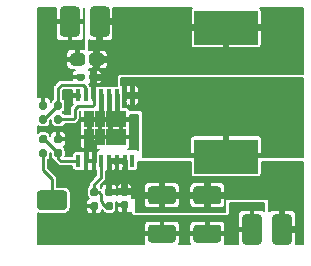
<source format=gbr>
%TF.GenerationSoftware,KiCad,Pcbnew,(5.1.7)-1*%
%TF.CreationDate,2020-12-08T16:49:31+09:00*%
%TF.ProjectId,FlightComputer-Booster,466c6967-6874-4436-9f6d-70757465722d,rev?*%
%TF.SameCoordinates,Original*%
%TF.FileFunction,Copper,L1,Top*%
%TF.FilePolarity,Positive*%
%FSLAX46Y46*%
G04 Gerber Fmt 4.6, Leading zero omitted, Abs format (unit mm)*
G04 Created by KiCad (PCBNEW (5.1.7)-1) date 2020-12-08 16:49:31*
%MOMM*%
%LPD*%
G01*
G04 APERTURE LIST*
%TA.AperFunction,ComponentPad*%
%ADD10R,0.895000X1.470000*%
%TD*%
%TA.AperFunction,SMDPad,CuDef*%
%ADD11R,0.450000X1.050000*%
%TD*%
%TA.AperFunction,SMDPad,CuDef*%
%ADD12R,5.400000X2.900000*%
%TD*%
%TA.AperFunction,ViaPad*%
%ADD13C,0.500000*%
%TD*%
%TA.AperFunction,Conductor*%
%ADD14C,0.250000*%
%TD*%
%TA.AperFunction,Conductor*%
%ADD15C,0.400000*%
%TD*%
%TA.AperFunction,Conductor*%
%ADD16C,0.500000*%
%TD*%
%TA.AperFunction,Conductor*%
%ADD17C,0.200000*%
%TD*%
%TA.AperFunction,Conductor*%
%ADD18C,0.100000*%
%TD*%
G04 APERTURE END LIST*
%TO.P,J3,1*%
%TO.N,Net-(J3-Pad1)*%
%TA.AperFunction,ComponentPad*%
G36*
G01*
X-34066000Y7872000D02*
X-34066000Y8892000D01*
G75*
G02*
X-33726000Y9232000I340000J0D01*
G01*
X-31806000Y9232000D01*
G75*
G02*
X-31466000Y8892000I0J-340000D01*
G01*
X-31466000Y7872000D01*
G75*
G02*
X-31806000Y7532000I-340000J0D01*
G01*
X-33726000Y7532000D01*
G75*
G02*
X-34066000Y7872000I0J340000D01*
G01*
G37*
%TD.AperFunction*%
%TD*%
%TO.P,J1,2*%
%TO.N,GND*%
%TA.AperFunction,ComponentPad*%
G36*
G01*
X-31775000Y24800000D02*
X-30755000Y24800000D01*
G75*
G02*
X-30415000Y24460000I0J-340000D01*
G01*
X-30415000Y22540000D01*
G75*
G02*
X-30755000Y22200000I-340000J0D01*
G01*
X-31775000Y22200000D01*
G75*
G02*
X-32115000Y22540000I0J340000D01*
G01*
X-32115000Y24460000D01*
G75*
G02*
X-31775000Y24800000I340000J0D01*
G01*
G37*
%TD.AperFunction*%
%TO.P,J1,1*%
%TO.N,VCC_BAT*%
%TA.AperFunction,ComponentPad*%
G36*
G01*
X-29235000Y24800000D02*
X-28215000Y24800000D01*
G75*
G02*
X-27875000Y24460000I0J-340000D01*
G01*
X-27875000Y22540000D01*
G75*
G02*
X-28215000Y22200000I-340000J0D01*
G01*
X-29235000Y22200000D01*
G75*
G02*
X-29575000Y22540000I0J340000D01*
G01*
X-29575000Y24460000D01*
G75*
G02*
X-29235000Y24800000I340000J0D01*
G01*
G37*
%TD.AperFunction*%
%TD*%
%TO.P,J2,2*%
%TO.N,GND*%
%TA.AperFunction,ComponentPad*%
G36*
G01*
X-16350000Y7200000D02*
X-15330000Y7200000D01*
G75*
G02*
X-14990000Y6860000I0J-340000D01*
G01*
X-14990000Y4940000D01*
G75*
G02*
X-15330000Y4600000I-340000J0D01*
G01*
X-16350000Y4600000D01*
G75*
G02*
X-16690000Y4940000I0J340000D01*
G01*
X-16690000Y6860000D01*
G75*
G02*
X-16350000Y7200000I340000J0D01*
G01*
G37*
%TD.AperFunction*%
%TO.P,J2,1*%
%TO.N,VCC_5V*%
%TA.AperFunction,ComponentPad*%
G36*
G01*
X-13810000Y7200000D02*
X-12790000Y7200000D01*
G75*
G02*
X-12450000Y6860000I0J-340000D01*
G01*
X-12450000Y4940000D01*
G75*
G02*
X-12790000Y4600000I-340000J0D01*
G01*
X-13810000Y4600000D01*
G75*
G02*
X-14150000Y4940000I0J340000D01*
G01*
X-14150000Y6860000D01*
G75*
G02*
X-13810000Y7200000I340000J0D01*
G01*
G37*
%TD.AperFunction*%
%TD*%
D10*
%TO.P,U1,17*%
%TO.N,GND*%
X-26917500Y15213000D03*
X-27812500Y15213000D03*
X-28707500Y15213000D03*
X-29602500Y15213000D03*
X-26917500Y13743000D03*
X-27812500Y13743000D03*
X-28707500Y13743000D03*
X-29602500Y13743000D03*
D11*
%TO.P,U1,16*%
%TO.N,Net-(U1-Pad16)*%
X-25985000Y11703000D03*
%TO.P,U1,15*%
%TO.N,VCC_5V*%
X-26635000Y11703000D03*
%TO.P,U1,14*%
X-27285000Y11703000D03*
%TO.P,U1,13*%
X-27935000Y11703000D03*
%TO.P,U1,12*%
%TO.N,/FB*%
X-28585000Y11703000D03*
%TO.P,U1,11*%
%TO.N,GND*%
X-29235000Y11703000D03*
%TO.P,U1,10*%
X-29885000Y11703000D03*
%TO.P,U1,9*%
%TO.N,/EN*%
X-30535000Y11703000D03*
%TO.P,U1,8*%
%TO.N,GND*%
X-30535000Y17253000D03*
%TO.P,U1,7*%
%TO.N,/LBI*%
X-29885000Y17253000D03*
%TO.P,U1,6*%
%TO.N,VCC_BAT*%
X-29235000Y17253000D03*
%TO.P,U1,5*%
%TO.N,GND*%
X-28585000Y17253000D03*
%TO.P,U1,4*%
X-27935000Y17253000D03*
%TO.P,U1,3*%
X-27285000Y17253000D03*
%TO.P,U1,2*%
%TO.N,/SW*%
X-26635000Y17253000D03*
%TO.P,U1,1*%
X-25985000Y17253000D03*
%TD*%
D12*
%TO.P,L1,2*%
%TO.N,/SW*%
X-18034000Y12076000D03*
%TO.P,L1,1*%
%TO.N,VCC_BAT*%
X-18034000Y22976000D03*
%TD*%
%TO.P,C5,2*%
%TO.N,GND*%
%TA.AperFunction,SMDPad,CuDef*%
G36*
G01*
X-24395000Y6295000D02*
X-22545000Y6295000D01*
G75*
G02*
X-22295000Y6045000I0J-250000D01*
G01*
X-22295000Y5045000D01*
G75*
G02*
X-22545000Y4795000I-250000J0D01*
G01*
X-24395000Y4795000D01*
G75*
G02*
X-24645000Y5045000I0J250000D01*
G01*
X-24645000Y6045000D01*
G75*
G02*
X-24395000Y6295000I250000J0D01*
G01*
G37*
%TD.AperFunction*%
%TO.P,C5,1*%
%TO.N,VCC_5V*%
%TA.AperFunction,SMDPad,CuDef*%
G36*
G01*
X-24395000Y9545000D02*
X-22545000Y9545000D01*
G75*
G02*
X-22295000Y9295000I0J-250000D01*
G01*
X-22295000Y8295000D01*
G75*
G02*
X-22545000Y8045000I-250000J0D01*
G01*
X-24395000Y8045000D01*
G75*
G02*
X-24645000Y8295000I0J250000D01*
G01*
X-24645000Y9295000D01*
G75*
G02*
X-24395000Y9545000I250000J0D01*
G01*
G37*
%TD.AperFunction*%
%TD*%
%TO.P,R8,2*%
%TO.N,GND*%
%TA.AperFunction,SMDPad,CuDef*%
G36*
G01*
X-32090000Y13190000D02*
X-32410000Y13190000D01*
G75*
G02*
X-32570000Y13350000I0J160000D01*
G01*
X-32570000Y13745000D01*
G75*
G02*
X-32410000Y13905000I160000J0D01*
G01*
X-32090000Y13905000D01*
G75*
G02*
X-31930000Y13745000I0J-160000D01*
G01*
X-31930000Y13350000D01*
G75*
G02*
X-32090000Y13190000I-160000J0D01*
G01*
G37*
%TD.AperFunction*%
%TO.P,R8,1*%
%TO.N,/EN*%
%TA.AperFunction,SMDPad,CuDef*%
G36*
G01*
X-32090000Y11995000D02*
X-32410000Y11995000D01*
G75*
G02*
X-32570000Y12155000I0J160000D01*
G01*
X-32570000Y12550000D01*
G75*
G02*
X-32410000Y12710000I160000J0D01*
G01*
X-32090000Y12710000D01*
G75*
G02*
X-31930000Y12550000I0J-160000D01*
G01*
X-31930000Y12155000D01*
G75*
G02*
X-32090000Y11995000I-160000J0D01*
G01*
G37*
%TD.AperFunction*%
%TD*%
%TO.P,R7,2*%
%TO.N,GND*%
%TA.AperFunction,SMDPad,CuDef*%
G36*
G01*
X-33368000Y16058000D02*
X-33688000Y16058000D01*
G75*
G02*
X-33848000Y16218000I0J160000D01*
G01*
X-33848000Y16613000D01*
G75*
G02*
X-33688000Y16773000I160000J0D01*
G01*
X-33368000Y16773000D01*
G75*
G02*
X-33208000Y16613000I0J-160000D01*
G01*
X-33208000Y16218000D01*
G75*
G02*
X-33368000Y16058000I-160000J0D01*
G01*
G37*
%TD.AperFunction*%
%TO.P,R7,1*%
%TO.N,/LBI*%
%TA.AperFunction,SMDPad,CuDef*%
G36*
G01*
X-33368000Y14863000D02*
X-33688000Y14863000D01*
G75*
G02*
X-33848000Y15023000I0J160000D01*
G01*
X-33848000Y15418000D01*
G75*
G02*
X-33688000Y15578000I160000J0D01*
G01*
X-33368000Y15578000D01*
G75*
G02*
X-33208000Y15418000I0J-160000D01*
G01*
X-33208000Y15023000D01*
G75*
G02*
X-33368000Y14863000I-160000J0D01*
G01*
G37*
%TD.AperFunction*%
%TD*%
%TO.P,R5,2*%
%TO.N,GND*%
%TA.AperFunction,SMDPad,CuDef*%
G36*
G01*
X-29370000Y8230000D02*
X-29050000Y8230000D01*
G75*
G02*
X-28890000Y8070000I0J-160000D01*
G01*
X-28890000Y7675000D01*
G75*
G02*
X-29050000Y7515000I-160000J0D01*
G01*
X-29370000Y7515000D01*
G75*
G02*
X-29530000Y7675000I0J160000D01*
G01*
X-29530000Y8070000D01*
G75*
G02*
X-29370000Y8230000I160000J0D01*
G01*
G37*
%TD.AperFunction*%
%TO.P,R5,1*%
%TO.N,/FB*%
%TA.AperFunction,SMDPad,CuDef*%
G36*
G01*
X-29370000Y9425000D02*
X-29050000Y9425000D01*
G75*
G02*
X-28890000Y9265000I0J-160000D01*
G01*
X-28890000Y8870000D01*
G75*
G02*
X-29050000Y8710000I-160000J0D01*
G01*
X-29370000Y8710000D01*
G75*
G02*
X-29530000Y8870000I0J160000D01*
G01*
X-29530000Y9265000D01*
G75*
G02*
X-29370000Y9425000I160000J0D01*
G01*
G37*
%TD.AperFunction*%
%TD*%
%TO.P,R4,2*%
%TO.N,/LBI*%
%TA.AperFunction,SMDPad,CuDef*%
G36*
G01*
X-32098000Y16058000D02*
X-32418000Y16058000D01*
G75*
G02*
X-32578000Y16218000I0J160000D01*
G01*
X-32578000Y16613000D01*
G75*
G02*
X-32418000Y16773000I160000J0D01*
G01*
X-32098000Y16773000D01*
G75*
G02*
X-31938000Y16613000I0J-160000D01*
G01*
X-31938000Y16218000D01*
G75*
G02*
X-32098000Y16058000I-160000J0D01*
G01*
G37*
%TD.AperFunction*%
%TO.P,R4,1*%
%TO.N,VCC_BAT*%
%TA.AperFunction,SMDPad,CuDef*%
G36*
G01*
X-32098000Y14863000D02*
X-32418000Y14863000D01*
G75*
G02*
X-32578000Y15023000I0J160000D01*
G01*
X-32578000Y15418000D01*
G75*
G02*
X-32418000Y15578000I160000J0D01*
G01*
X-32098000Y15578000D01*
G75*
G02*
X-31938000Y15418000I0J-160000D01*
G01*
X-31938000Y15023000D01*
G75*
G02*
X-32098000Y14863000I-160000J0D01*
G01*
G37*
%TD.AperFunction*%
%TD*%
%TO.P,R2,2*%
%TO.N,/FB*%
%TA.AperFunction,SMDPad,CuDef*%
G36*
G01*
X-28100000Y8240000D02*
X-27780000Y8240000D01*
G75*
G02*
X-27620000Y8080000I0J-160000D01*
G01*
X-27620000Y7685000D01*
G75*
G02*
X-27780000Y7525000I-160000J0D01*
G01*
X-28100000Y7525000D01*
G75*
G02*
X-28260000Y7685000I0J160000D01*
G01*
X-28260000Y8080000D01*
G75*
G02*
X-28100000Y8240000I160000J0D01*
G01*
G37*
%TD.AperFunction*%
%TO.P,R2,1*%
%TO.N,VCC_5V*%
%TA.AperFunction,SMDPad,CuDef*%
G36*
G01*
X-28100000Y9435000D02*
X-27780000Y9435000D01*
G75*
G02*
X-27620000Y9275000I0J-160000D01*
G01*
X-27620000Y8880000D01*
G75*
G02*
X-27780000Y8720000I-160000J0D01*
G01*
X-28100000Y8720000D01*
G75*
G02*
X-28260000Y8880000I0J160000D01*
G01*
X-28260000Y9275000D01*
G75*
G02*
X-28100000Y9435000I160000J0D01*
G01*
G37*
%TD.AperFunction*%
%TD*%
%TO.P,R1,2*%
%TO.N,/EN*%
%TA.AperFunction,SMDPad,CuDef*%
G36*
G01*
X-33365000Y13190000D02*
X-33685000Y13190000D01*
G75*
G02*
X-33845000Y13350000I0J160000D01*
G01*
X-33845000Y13745000D01*
G75*
G02*
X-33685000Y13905000I160000J0D01*
G01*
X-33365000Y13905000D01*
G75*
G02*
X-33205000Y13745000I0J-160000D01*
G01*
X-33205000Y13350000D01*
G75*
G02*
X-33365000Y13190000I-160000J0D01*
G01*
G37*
%TD.AperFunction*%
%TO.P,R1,1*%
%TO.N,Net-(J3-Pad1)*%
%TA.AperFunction,SMDPad,CuDef*%
G36*
G01*
X-33365000Y11995000D02*
X-33685000Y11995000D01*
G75*
G02*
X-33845000Y12155000I0J160000D01*
G01*
X-33845000Y12550000D01*
G75*
G02*
X-33685000Y12710000I160000J0D01*
G01*
X-33365000Y12710000D01*
G75*
G02*
X-33205000Y12550000I0J-160000D01*
G01*
X-33205000Y12155000D01*
G75*
G02*
X-33365000Y11995000I-160000J0D01*
G01*
G37*
%TD.AperFunction*%
%TD*%
%TO.P,C4,2*%
%TO.N,GND*%
%TA.AperFunction,SMDPad,CuDef*%
G36*
G01*
X-30000000Y18951000D02*
X-30000000Y18641000D01*
G75*
G02*
X-30155000Y18486000I-155000J0D01*
G01*
X-30580000Y18486000D01*
G75*
G02*
X-30735000Y18641000I0J155000D01*
G01*
X-30735000Y18951000D01*
G75*
G02*
X-30580000Y19106000I155000J0D01*
G01*
X-30155000Y19106000D01*
G75*
G02*
X-30000000Y18951000I0J-155000D01*
G01*
G37*
%TD.AperFunction*%
%TO.P,C4,1*%
%TO.N,VCC_BAT*%
%TA.AperFunction,SMDPad,CuDef*%
G36*
G01*
X-28865000Y18951000D02*
X-28865000Y18641000D01*
G75*
G02*
X-29020000Y18486000I-155000J0D01*
G01*
X-29445000Y18486000D01*
G75*
G02*
X-29600000Y18641000I0J155000D01*
G01*
X-29600000Y18951000D01*
G75*
G02*
X-29445000Y19106000I155000J0D01*
G01*
X-29020000Y19106000D01*
G75*
G02*
X-28865000Y18951000I0J-155000D01*
G01*
G37*
%TD.AperFunction*%
%TD*%
%TO.P,C3,2*%
%TO.N,GND*%
%TA.AperFunction,SMDPad,CuDef*%
G36*
G01*
X-29975000Y20575001D02*
X-29975000Y20024999D01*
G75*
G02*
X-30224999Y19775000I-249999J0D01*
G01*
X-30975001Y19775000D01*
G75*
G02*
X-31225000Y20024999I0J249999D01*
G01*
X-31225000Y20575001D01*
G75*
G02*
X-30975001Y20825000I249999J0D01*
G01*
X-30224999Y20825000D01*
G75*
G02*
X-29975000Y20575001I0J-249999D01*
G01*
G37*
%TD.AperFunction*%
%TO.P,C3,1*%
%TO.N,VCC_BAT*%
%TA.AperFunction,SMDPad,CuDef*%
G36*
G01*
X-28375000Y20575001D02*
X-28375000Y20024999D01*
G75*
G02*
X-28624999Y19775000I-249999J0D01*
G01*
X-29375001Y19775000D01*
G75*
G02*
X-29625000Y20024999I0J249999D01*
G01*
X-29625000Y20575001D01*
G75*
G02*
X-29375001Y20825000I249999J0D01*
G01*
X-28624999Y20825000D01*
G75*
G02*
X-28375000Y20575001I0J-249999D01*
G01*
G37*
%TD.AperFunction*%
%TD*%
%TO.P,C2,2*%
%TO.N,GND*%
%TA.AperFunction,SMDPad,CuDef*%
G36*
G01*
X-20545000Y6295000D02*
X-18695000Y6295000D01*
G75*
G02*
X-18445000Y6045000I0J-250000D01*
G01*
X-18445000Y5045000D01*
G75*
G02*
X-18695000Y4795000I-250000J0D01*
G01*
X-20545000Y4795000D01*
G75*
G02*
X-20795000Y5045000I0J250000D01*
G01*
X-20795000Y6045000D01*
G75*
G02*
X-20545000Y6295000I250000J0D01*
G01*
G37*
%TD.AperFunction*%
%TO.P,C2,1*%
%TO.N,VCC_5V*%
%TA.AperFunction,SMDPad,CuDef*%
G36*
G01*
X-20545000Y9545000D02*
X-18695000Y9545000D01*
G75*
G02*
X-18445000Y9295000I0J-250000D01*
G01*
X-18445000Y8295000D01*
G75*
G02*
X-18695000Y8045000I-250000J0D01*
G01*
X-20545000Y8045000D01*
G75*
G02*
X-20795000Y8295000I0J250000D01*
G01*
X-20795000Y9295000D01*
G75*
G02*
X-20545000Y9545000I250000J0D01*
G01*
G37*
%TD.AperFunction*%
%TD*%
%TO.P,C1,2*%
%TO.N,GND*%
%TA.AperFunction,SMDPad,CuDef*%
G36*
G01*
X-26785000Y8330000D02*
X-26475000Y8330000D01*
G75*
G02*
X-26320000Y8175000I0J-155000D01*
G01*
X-26320000Y7750000D01*
G75*
G02*
X-26475000Y7595000I-155000J0D01*
G01*
X-26785000Y7595000D01*
G75*
G02*
X-26940000Y7750000I0J155000D01*
G01*
X-26940000Y8175000D01*
G75*
G02*
X-26785000Y8330000I155000J0D01*
G01*
G37*
%TD.AperFunction*%
%TO.P,C1,1*%
%TO.N,VCC_5V*%
%TA.AperFunction,SMDPad,CuDef*%
G36*
G01*
X-26785000Y9465000D02*
X-26475000Y9465000D01*
G75*
G02*
X-26320000Y9310000I0J-155000D01*
G01*
X-26320000Y8885000D01*
G75*
G02*
X-26475000Y8730000I-155000J0D01*
G01*
X-26785000Y8730000D01*
G75*
G02*
X-26940000Y8885000I0J155000D01*
G01*
X-26940000Y9310000D01*
G75*
G02*
X-26785000Y9465000I155000J0D01*
G01*
G37*
%TD.AperFunction*%
%TD*%
D13*
%TO.N,GND*%
X-29900000Y6700000D03*
X-29100000Y6700000D03*
X-28300000Y6700000D03*
X-27500000Y6700000D03*
X-26700000Y6700000D03*
X-25900000Y6700000D03*
X-27500000Y5900000D03*
X-29100000Y5900000D03*
X-25900000Y5900000D03*
X-29900000Y5900000D03*
X-26700000Y5900000D03*
X-28300000Y5900000D03*
X-29100000Y5100000D03*
X-26700000Y5100000D03*
X-27500000Y5100000D03*
X-28300000Y5100000D03*
X-29900000Y5100000D03*
X-25900000Y5100000D03*
X-32300000Y5900000D03*
X-33100000Y5100000D03*
X-30700000Y5900000D03*
X-32300000Y5100000D03*
X-31500000Y5900000D03*
X-33100000Y5900000D03*
X-31500000Y5100000D03*
X-30700000Y5100000D03*
X-32825000Y20425000D03*
X-33625000Y19625000D03*
X-32825000Y21225000D03*
X-33625000Y21225000D03*
X-32825000Y19625000D03*
X-33625000Y20425000D03*
X-32825000Y18850000D03*
X-33625000Y18850000D03*
X-31400000Y17250000D03*
X-30700000Y6700000D03*
X-32300000Y6700000D03*
X-33100000Y6700000D03*
X-31500000Y6700000D03*
X-32025000Y18850000D03*
X-32025000Y20425000D03*
X-32025000Y21225000D03*
X-32025000Y19625000D03*
%TD*%
D14*
%TO.N,GND*%
X-30535000Y17253000D02*
X-31397000Y17253000D01*
X-31397000Y17253000D02*
X-31400000Y17250000D01*
D15*
X-28585000Y15335500D02*
X-28707500Y15213000D01*
X-28585000Y17253000D02*
X-28585000Y15335500D01*
X-27935000Y15335500D02*
X-27812500Y15213000D01*
X-27935000Y17253000D02*
X-27935000Y15335500D01*
X-27285000Y15580500D02*
X-26917500Y15213000D01*
X-27285000Y17253000D02*
X-27285000Y15580500D01*
X-29235000Y13215500D02*
X-28707500Y13743000D01*
X-29235000Y11703000D02*
X-29235000Y13215500D01*
X-29885000Y13460500D02*
X-29602500Y13743000D01*
X-29885000Y11703000D02*
X-29885000Y13460500D01*
%TO.N,VCC_5V*%
X-27935000Y9082500D02*
X-27940000Y9077500D01*
X-27935000Y11703000D02*
X-27935000Y9082500D01*
X-27935000Y11703000D02*
X-27285000Y11703000D01*
X-27285000Y11703000D02*
X-26635000Y11703000D01*
X-26635000Y9102500D02*
X-26630000Y9097500D01*
X-26635000Y11703000D02*
X-26635000Y9102500D01*
D14*
%TO.N,VCC_BAT*%
X-29235000Y16445000D02*
X-29360000Y16320000D01*
X-29235000Y17253000D02*
X-29235000Y16445000D01*
X-29360000Y16320000D02*
X-30600000Y16320000D01*
X-30600000Y16320000D02*
X-30860000Y16060000D01*
X-30860000Y16060000D02*
X-30860000Y15350000D01*
X-30989500Y15220500D02*
X-32258000Y15220500D01*
X-30860000Y15350000D02*
X-30989500Y15220500D01*
D16*
X-29232500Y19392500D02*
X-29000000Y19625000D01*
X-29232500Y18796000D02*
X-29232500Y19392500D01*
X-29000000Y20300000D02*
X-29000000Y19625000D01*
D14*
%TO.N,Net-(J3-Pad1)*%
X-32766000Y10160000D02*
X-33525000Y10919000D01*
X-32766000Y8382000D02*
X-32766000Y10160000D01*
X-33525000Y12352500D02*
X-33525000Y10919000D01*
%TO.N,/EN*%
X-30535000Y11703000D02*
X-32053000Y11703000D01*
X-32250000Y11900000D02*
X-32250000Y12352500D01*
X-32053000Y11703000D02*
X-32250000Y11900000D01*
X-33445000Y13547500D02*
X-32250000Y12352500D01*
X-33525000Y13547500D02*
X-33445000Y13547500D01*
%TO.N,/FB*%
X-27940000Y7882500D02*
X-28292500Y7882500D01*
X-28292500Y7882500D02*
X-28564990Y8154990D01*
X-29210000Y9067500D02*
X-28802510Y9067500D01*
X-28585010Y8345010D02*
X-28564990Y8324990D01*
X-28585010Y8850000D02*
X-28585010Y8345010D01*
X-28802510Y9067500D02*
X-28585010Y8850000D01*
X-28564990Y8154990D02*
X-28564990Y8324990D01*
X-29210000Y9067500D02*
X-29210000Y9690000D01*
X-28585000Y10315000D02*
X-28585000Y11703000D01*
X-29210000Y9690000D02*
X-28585000Y10315000D01*
%TO.N,/LBI*%
X-33453000Y15220500D02*
X-32258000Y16415500D01*
X-33528000Y15220500D02*
X-33453000Y15220500D01*
X-32258000Y17872000D02*
X-32258000Y16415500D01*
X-31969010Y18160990D02*
X-32258000Y17872000D01*
X-30180990Y18160990D02*
X-31969010Y18160990D01*
X-29885000Y17865000D02*
X-30180990Y18160990D01*
X-29885000Y17253000D02*
X-29885000Y17865000D01*
D15*
%TO.N,/SW*%
X-26635000Y17253000D02*
X-25985000Y17253000D01*
%TD*%
D17*
%TO.N,GND*%
X-30390000Y15398000D02*
X-30305000Y15313000D01*
X-29702500Y15313000D01*
X-29702500Y15333000D01*
X-29502500Y15333000D01*
X-29502500Y15313000D01*
X-28807500Y15313000D01*
X-28807500Y15333000D01*
X-28607500Y15333000D01*
X-28607500Y15313000D01*
X-27912500Y15313000D01*
X-27912500Y15333000D01*
X-27712500Y15333000D01*
X-27712500Y15313000D01*
X-27017500Y15313000D01*
X-27017500Y15333000D01*
X-26817500Y15333000D01*
X-26817500Y15313000D01*
X-26215000Y15313000D01*
X-26130000Y15398000D01*
X-26129432Y15587880D01*
X-25500000Y15579138D01*
X-25500000Y12622089D01*
X-25533329Y12649441D01*
X-25585195Y12677164D01*
X-25641473Y12694236D01*
X-25700000Y12700000D01*
X-26324967Y12700000D01*
X-26280192Y12723933D01*
X-26228421Y12766421D01*
X-26185933Y12818192D01*
X-26154361Y12877258D01*
X-26134920Y12941348D01*
X-26128355Y13008000D01*
X-26130000Y13558000D01*
X-26215000Y13643000D01*
X-26817500Y13643000D01*
X-26817500Y13623000D01*
X-27017500Y13623000D01*
X-27017500Y13643000D01*
X-27712500Y13643000D01*
X-27712500Y13623000D01*
X-27912500Y13623000D01*
X-27912500Y13643000D01*
X-28607500Y13643000D01*
X-28607500Y13623000D01*
X-28807500Y13623000D01*
X-28807500Y13643000D01*
X-29502500Y13643000D01*
X-29502500Y12753000D01*
X-29417500Y12668000D01*
X-29155000Y12666355D01*
X-28892500Y12668000D01*
X-28807502Y12752998D01*
X-28807502Y12679379D01*
X-28814805Y12677164D01*
X-28866671Y12649441D01*
X-28912132Y12612132D01*
X-28949441Y12566671D01*
X-28950960Y12563830D01*
X-29010000Y12569645D01*
X-29050000Y12568000D01*
X-29135000Y12483000D01*
X-29135000Y11803000D01*
X-29115000Y11803000D01*
X-29115000Y11603000D01*
X-29135000Y11603000D01*
X-29135000Y10923000D01*
X-29050000Y10838000D01*
X-29010000Y10836355D01*
X-29010000Y10491041D01*
X-29495761Y10005279D01*
X-29511973Y9991974D01*
X-29565083Y9927260D01*
X-29602089Y9858026D01*
X-29604547Y9853427D01*
X-29628850Y9773314D01*
X-29637055Y9690000D01*
X-29634999Y9669124D01*
X-29634999Y9641599D01*
X-29696295Y9591295D01*
X-29753682Y9521368D01*
X-29796325Y9441590D01*
X-29822584Y9355025D01*
X-29831451Y9265000D01*
X-29831451Y8870000D01*
X-29822584Y8779975D01*
X-29796325Y8693410D01*
X-29753682Y8613632D01*
X-29696295Y8543705D01*
X-29683699Y8533368D01*
X-29719808Y8514067D01*
X-29771579Y8471579D01*
X-29814067Y8419808D01*
X-29845639Y8360742D01*
X-29865080Y8296652D01*
X-29871645Y8230000D01*
X-29870000Y8057500D01*
X-29785000Y7972500D01*
X-29310000Y7972500D01*
X-29310000Y7992500D01*
X-29110000Y7992500D01*
X-29110000Y7972500D01*
X-29090000Y7972500D01*
X-29090000Y7772500D01*
X-29110000Y7772500D01*
X-29110000Y7260000D01*
X-29025000Y7175000D01*
X-28890000Y7173355D01*
X-28823348Y7179920D01*
X-28759258Y7199361D01*
X-28700192Y7230933D01*
X-28648421Y7273421D01*
X-28605933Y7325192D01*
X-28574361Y7384258D01*
X-28554920Y7448348D01*
X-28548355Y7515000D01*
X-28548621Y7542895D01*
X-28532863Y7529962D01*
X-28526325Y7508410D01*
X-28483682Y7428632D01*
X-28426295Y7358705D01*
X-28356368Y7301318D01*
X-28276590Y7258675D01*
X-28190025Y7232416D01*
X-28100000Y7223549D01*
X-27780000Y7223549D01*
X-27689975Y7232416D01*
X-27603410Y7258675D01*
X-27523632Y7301318D01*
X-27453705Y7358705D01*
X-27396318Y7428632D01*
X-27353675Y7508410D01*
X-27327416Y7594975D01*
X-27327414Y7595000D01*
X-27281645Y7595000D01*
X-27275080Y7528348D01*
X-27255639Y7464258D01*
X-27224067Y7405192D01*
X-27181579Y7353421D01*
X-27129808Y7310933D01*
X-27070742Y7279361D01*
X-27006652Y7259920D01*
X-26940000Y7253355D01*
X-26815000Y7255000D01*
X-26730000Y7340000D01*
X-26730000Y7862500D01*
X-27195000Y7862500D01*
X-27280000Y7777500D01*
X-27281645Y7595000D01*
X-27327414Y7595000D01*
X-27318549Y7685000D01*
X-27318549Y8080000D01*
X-27327416Y8170025D01*
X-27336509Y8200000D01*
X-27280473Y8200000D01*
X-27280000Y8147500D01*
X-27195000Y8062500D01*
X-26730000Y8062500D01*
X-26730000Y8082500D01*
X-26530000Y8082500D01*
X-26530000Y8062500D01*
X-26510000Y8062500D01*
X-26510000Y7862500D01*
X-26530000Y7862500D01*
X-26530000Y7340000D01*
X-26445000Y7255000D01*
X-26320000Y7253355D01*
X-26253348Y7259920D01*
X-26189258Y7279361D01*
X-26130192Y7310933D01*
X-26078421Y7353421D01*
X-26050000Y7388052D01*
X-26050000Y7300000D01*
X-26044236Y7241473D01*
X-26027164Y7185195D01*
X-25999441Y7133329D01*
X-25962132Y7087868D01*
X-25916671Y7050559D01*
X-25864805Y7022836D01*
X-25808527Y7005764D01*
X-25750000Y7000000D01*
X-18000000Y7000000D01*
X-17941473Y7005764D01*
X-17885195Y7022836D01*
X-17833329Y7050559D01*
X-17787868Y7087868D01*
X-17750559Y7133329D01*
X-17722836Y7185195D01*
X-17718345Y7200000D01*
X-17031645Y7200000D01*
X-17030000Y6085000D01*
X-16945000Y6000000D01*
X-15940000Y6000000D01*
X-15940000Y7455000D01*
X-16025000Y7540000D01*
X-16690000Y7541645D01*
X-16756652Y7535080D01*
X-16820742Y7515639D01*
X-16879808Y7484067D01*
X-16931579Y7441579D01*
X-16974067Y7389808D01*
X-17005639Y7330742D01*
X-17025080Y7266652D01*
X-17031645Y7200000D01*
X-17718345Y7200000D01*
X-17705764Y7241473D01*
X-17700000Y7300000D01*
X-17700000Y8100000D01*
X-14800000Y8100000D01*
X-14800000Y7483909D01*
X-14800192Y7484067D01*
X-14859258Y7515639D01*
X-14923348Y7535080D01*
X-14990000Y7541645D01*
X-15655000Y7540000D01*
X-15740000Y7455000D01*
X-15740000Y6000000D01*
X-15720000Y6000000D01*
X-15720000Y5800000D01*
X-15740000Y5800000D01*
X-15740000Y5780000D01*
X-15940000Y5780000D01*
X-15940000Y5800000D01*
X-16945000Y5800000D01*
X-17030000Y5715000D01*
X-17031582Y4643000D01*
X-18140724Y4643000D01*
X-18129361Y4664258D01*
X-18109920Y4728348D01*
X-18103355Y4795000D01*
X-18105000Y5360000D01*
X-18190000Y5445000D01*
X-19520000Y5445000D01*
X-19520000Y5425000D01*
X-19720000Y5425000D01*
X-19720000Y5445000D01*
X-21050000Y5445000D01*
X-21135000Y5360000D01*
X-21136645Y4795000D01*
X-21130080Y4728348D01*
X-21110639Y4664258D01*
X-21099276Y4643000D01*
X-21990724Y4643000D01*
X-21979361Y4664258D01*
X-21959920Y4728348D01*
X-21953355Y4795000D01*
X-21955000Y5360000D01*
X-22040000Y5445000D01*
X-23370000Y5445000D01*
X-23370000Y5425000D01*
X-23570000Y5425000D01*
X-23570000Y5445000D01*
X-24900000Y5445000D01*
X-24985000Y5360000D01*
X-24986645Y4795000D01*
X-24980080Y4728348D01*
X-24960639Y4664258D01*
X-24949276Y4643000D01*
X-33965000Y4643000D01*
X-33965000Y6295000D01*
X-24986645Y6295000D01*
X-24985000Y5730000D01*
X-24900000Y5645000D01*
X-23570000Y5645000D01*
X-23570000Y6550000D01*
X-23370000Y6550000D01*
X-23370000Y5645000D01*
X-22040000Y5645000D01*
X-21955000Y5730000D01*
X-21953355Y6295000D01*
X-21136645Y6295000D01*
X-21135000Y5730000D01*
X-21050000Y5645000D01*
X-19720000Y5645000D01*
X-19720000Y6550000D01*
X-19520000Y6550000D01*
X-19520000Y5645000D01*
X-18190000Y5645000D01*
X-18105000Y5730000D01*
X-18103355Y6295000D01*
X-18109920Y6361652D01*
X-18129361Y6425742D01*
X-18160933Y6484808D01*
X-18203421Y6536579D01*
X-18255192Y6579067D01*
X-18314258Y6610639D01*
X-18378348Y6630080D01*
X-18445000Y6636645D01*
X-19435000Y6635000D01*
X-19520000Y6550000D01*
X-19720000Y6550000D01*
X-19805000Y6635000D01*
X-20795000Y6636645D01*
X-20861652Y6630080D01*
X-20925742Y6610639D01*
X-20984808Y6579067D01*
X-21036579Y6536579D01*
X-21079067Y6484808D01*
X-21110639Y6425742D01*
X-21130080Y6361652D01*
X-21136645Y6295000D01*
X-21953355Y6295000D01*
X-21959920Y6361652D01*
X-21979361Y6425742D01*
X-22010933Y6484808D01*
X-22053421Y6536579D01*
X-22105192Y6579067D01*
X-22164258Y6610639D01*
X-22228348Y6630080D01*
X-22295000Y6636645D01*
X-23285000Y6635000D01*
X-23370000Y6550000D01*
X-23570000Y6550000D01*
X-23655000Y6635000D01*
X-24645000Y6636645D01*
X-24711652Y6630080D01*
X-24775742Y6610639D01*
X-24834808Y6579067D01*
X-24886579Y6536579D01*
X-24929067Y6484808D01*
X-24960639Y6425742D01*
X-24980080Y6361652D01*
X-24986645Y6295000D01*
X-33965000Y6295000D01*
X-33965000Y7277413D01*
X-33851141Y7242874D01*
X-33726000Y7230549D01*
X-31806000Y7230549D01*
X-31680859Y7242874D01*
X-31560527Y7279377D01*
X-31449629Y7338653D01*
X-31352426Y7418426D01*
X-31273170Y7515000D01*
X-29871645Y7515000D01*
X-29865080Y7448348D01*
X-29845639Y7384258D01*
X-29814067Y7325192D01*
X-29771579Y7273421D01*
X-29719808Y7230933D01*
X-29660742Y7199361D01*
X-29596652Y7179920D01*
X-29530000Y7173355D01*
X-29395000Y7175000D01*
X-29310000Y7260000D01*
X-29310000Y7772500D01*
X-29785000Y7772500D01*
X-29870000Y7687500D01*
X-29871645Y7515000D01*
X-31273170Y7515000D01*
X-31272653Y7515629D01*
X-31213377Y7626527D01*
X-31176874Y7746859D01*
X-31164549Y7872000D01*
X-31164549Y8892000D01*
X-31176874Y9017141D01*
X-31213377Y9137473D01*
X-31272653Y9248371D01*
X-31352426Y9345574D01*
X-31449629Y9425347D01*
X-31560527Y9484623D01*
X-31680859Y9521126D01*
X-31806000Y9533451D01*
X-32341000Y9533451D01*
X-32341000Y10139134D01*
X-32338945Y10160001D01*
X-32341000Y10180868D01*
X-32341000Y10180874D01*
X-32347150Y10243314D01*
X-32371452Y10323427D01*
X-32410916Y10397260D01*
X-32464026Y10461974D01*
X-32480238Y10475279D01*
X-33100000Y11095040D01*
X-33100000Y11778402D01*
X-33038705Y11828705D01*
X-32981318Y11898632D01*
X-32938675Y11978410D01*
X-32912416Y12064975D01*
X-32903549Y12155000D01*
X-32903549Y12405008D01*
X-32871451Y12372910D01*
X-32871451Y12155000D01*
X-32862584Y12064975D01*
X-32836325Y11978410D01*
X-32793682Y11898632D01*
X-32736295Y11828705D01*
X-32666368Y11771318D01*
X-32652904Y11764121D01*
X-32644548Y11736574D01*
X-32605084Y11662741D01*
X-32551974Y11598026D01*
X-32535756Y11584716D01*
X-32368284Y11417244D01*
X-32354974Y11401026D01*
X-32290260Y11347916D01*
X-32216427Y11308452D01*
X-32160617Y11291522D01*
X-32136315Y11284150D01*
X-32127902Y11283321D01*
X-32073874Y11278000D01*
X-32073868Y11278000D01*
X-32053001Y11275945D01*
X-32032134Y11278000D01*
X-31061451Y11278000D01*
X-31061451Y11178000D01*
X-31055659Y11119190D01*
X-31038504Y11062640D01*
X-31010647Y11010523D01*
X-30973158Y10964842D01*
X-30927477Y10927353D01*
X-30875360Y10899496D01*
X-30818810Y10882341D01*
X-30760000Y10876549D01*
X-30310000Y10876549D01*
X-30273931Y10880101D01*
X-30240742Y10862361D01*
X-30176652Y10842920D01*
X-30110000Y10836355D01*
X-30070000Y10838000D01*
X-29985000Y10923000D01*
X-29985000Y11178000D01*
X-29801645Y11178000D01*
X-29795080Y11111348D01*
X-29785000Y11078118D01*
X-29785000Y10923000D01*
X-29700000Y10838000D01*
X-29660000Y10836355D01*
X-29593348Y10842920D01*
X-29560000Y10853036D01*
X-29526652Y10842920D01*
X-29460000Y10836355D01*
X-29420000Y10838000D01*
X-29335000Y10923000D01*
X-29335000Y11078118D01*
X-29324920Y11111348D01*
X-29318355Y11178000D01*
X-29320000Y11518000D01*
X-29335000Y11533000D01*
X-29335000Y11603000D01*
X-29785000Y11603000D01*
X-29785000Y11533000D01*
X-29800000Y11518000D01*
X-29801645Y11178000D01*
X-29985000Y11178000D01*
X-29985000Y11603000D01*
X-30005000Y11603000D01*
X-30005000Y11803000D01*
X-29985000Y11803000D01*
X-29985000Y12228000D01*
X-29801645Y12228000D01*
X-29800000Y11888000D01*
X-29785000Y11873000D01*
X-29785000Y11803000D01*
X-29335000Y11803000D01*
X-29335000Y11873000D01*
X-29320000Y11888000D01*
X-29318355Y12228000D01*
X-29324920Y12294652D01*
X-29335000Y12327882D01*
X-29335000Y12483000D01*
X-29420000Y12568000D01*
X-29460000Y12569645D01*
X-29526652Y12563080D01*
X-29560000Y12552964D01*
X-29593348Y12563080D01*
X-29660000Y12569645D01*
X-29700000Y12568000D01*
X-29785000Y12483000D01*
X-29785000Y12327882D01*
X-29795080Y12294652D01*
X-29801645Y12228000D01*
X-29985000Y12228000D01*
X-29985000Y12483000D01*
X-30070000Y12568000D01*
X-30110000Y12569645D01*
X-30176652Y12563080D01*
X-30240742Y12543639D01*
X-30273931Y12525899D01*
X-30310000Y12529451D01*
X-30760000Y12529451D01*
X-30818810Y12523659D01*
X-30875360Y12506504D01*
X-30927477Y12478647D01*
X-30973158Y12441158D01*
X-31010647Y12395477D01*
X-31038504Y12343360D01*
X-31055659Y12286810D01*
X-31061451Y12228000D01*
X-31061451Y12128000D01*
X-31631208Y12128000D01*
X-31628549Y12155000D01*
X-31628549Y12550000D01*
X-31637416Y12640025D01*
X-31663675Y12726590D01*
X-31706318Y12806368D01*
X-31763705Y12876295D01*
X-31776301Y12886632D01*
X-31740192Y12905933D01*
X-31688421Y12948421D01*
X-31645933Y13000192D01*
X-31641760Y13008000D01*
X-30391645Y13008000D01*
X-30385080Y12941348D01*
X-30365639Y12877258D01*
X-30334067Y12818192D01*
X-30291579Y12766421D01*
X-30239808Y12723933D01*
X-30180742Y12692361D01*
X-30116652Y12672920D01*
X-30050000Y12666355D01*
X-29787500Y12668000D01*
X-29702500Y12753000D01*
X-29702500Y13643000D01*
X-30305000Y13643000D01*
X-30390000Y13558000D01*
X-30391645Y13008000D01*
X-31641760Y13008000D01*
X-31614361Y13059258D01*
X-31594920Y13123348D01*
X-31588355Y13190000D01*
X-31590000Y13362500D01*
X-31675000Y13447500D01*
X-32150000Y13447500D01*
X-32150000Y13427500D01*
X-32350000Y13427500D01*
X-32350000Y13447500D01*
X-32370000Y13447500D01*
X-32370000Y13647500D01*
X-32350000Y13647500D01*
X-32350000Y14160000D01*
X-32150000Y14160000D01*
X-32150000Y13647500D01*
X-31675000Y13647500D01*
X-31590000Y13732500D01*
X-31588355Y13905000D01*
X-31594920Y13971652D01*
X-31614361Y14035742D01*
X-31645933Y14094808D01*
X-31688421Y14146579D01*
X-31740192Y14189067D01*
X-31799258Y14220639D01*
X-31863348Y14240080D01*
X-31930000Y14246645D01*
X-32065000Y14245000D01*
X-32150000Y14160000D01*
X-32350000Y14160000D01*
X-32435000Y14245000D01*
X-32570000Y14246645D01*
X-32636652Y14240080D01*
X-32700742Y14220639D01*
X-32759808Y14189067D01*
X-32811579Y14146579D01*
X-32854067Y14094808D01*
X-32885639Y14035742D01*
X-32905080Y13971652D01*
X-32911645Y13905000D01*
X-32910824Y13818857D01*
X-32912416Y13835025D01*
X-32938675Y13921590D01*
X-32981318Y14001368D01*
X-33038705Y14071295D01*
X-33108632Y14128682D01*
X-33188410Y14171325D01*
X-33274975Y14197584D01*
X-33365000Y14206451D01*
X-33685000Y14206451D01*
X-33775025Y14197584D01*
X-33861590Y14171325D01*
X-33941368Y14128682D01*
X-33965000Y14109288D01*
X-33965000Y14478000D01*
X-30391645Y14478000D01*
X-30390000Y13928000D01*
X-30305000Y13843000D01*
X-29702500Y13843000D01*
X-29702500Y15113000D01*
X-29502500Y15113000D01*
X-29502500Y13843000D01*
X-28807500Y13843000D01*
X-28807500Y15113000D01*
X-28607500Y15113000D01*
X-28607500Y13843000D01*
X-27912500Y13843000D01*
X-27912500Y15113000D01*
X-27712500Y15113000D01*
X-27712500Y13843000D01*
X-27017500Y13843000D01*
X-27017500Y15113000D01*
X-26817500Y15113000D01*
X-26817500Y13843000D01*
X-26215000Y13843000D01*
X-26130000Y13928000D01*
X-26128355Y14478000D01*
X-26130000Y15028000D01*
X-26215000Y15113000D01*
X-26817500Y15113000D01*
X-27017500Y15113000D01*
X-27712500Y15113000D01*
X-27912500Y15113000D01*
X-28607500Y15113000D01*
X-28807500Y15113000D01*
X-29502500Y15113000D01*
X-29702500Y15113000D01*
X-30305000Y15113000D01*
X-30390000Y15028000D01*
X-30391645Y14478000D01*
X-33965000Y14478000D01*
X-33965000Y14656250D01*
X-33944368Y14639318D01*
X-33864590Y14596675D01*
X-33778025Y14570416D01*
X-33688000Y14561549D01*
X-33368000Y14561549D01*
X-33277975Y14570416D01*
X-33191410Y14596675D01*
X-33111632Y14639318D01*
X-33041705Y14696705D01*
X-32984318Y14766632D01*
X-32941675Y14846410D01*
X-32915416Y14932975D01*
X-32906549Y15023000D01*
X-32906549Y15165911D01*
X-32879451Y15193009D01*
X-32879451Y15023000D01*
X-32870584Y14932975D01*
X-32844325Y14846410D01*
X-32801682Y14766632D01*
X-32744295Y14696705D01*
X-32674368Y14639318D01*
X-32594590Y14596675D01*
X-32508025Y14570416D01*
X-32418000Y14561549D01*
X-32098000Y14561549D01*
X-32007975Y14570416D01*
X-31921410Y14596675D01*
X-31841632Y14639318D01*
X-31771705Y14696705D01*
X-31714318Y14766632D01*
X-31698887Y14795500D01*
X-31010367Y14795500D01*
X-30989500Y14793445D01*
X-30968633Y14795500D01*
X-30968626Y14795500D01*
X-30906186Y14801650D01*
X-30826073Y14825952D01*
X-30752240Y14865416D01*
X-30687526Y14918526D01*
X-30674216Y14934745D01*
X-30574248Y15034713D01*
X-30558026Y15048026D01*
X-30504916Y15112740D01*
X-30465452Y15186573D01*
X-30441150Y15266686D01*
X-30435000Y15329126D01*
X-30435000Y15329133D01*
X-30432945Y15350000D01*
X-30435000Y15370867D01*
X-30435000Y15883960D01*
X-30423961Y15895000D01*
X-30391486Y15895000D01*
X-30390000Y15398000D01*
%TA.AperFunction,Conductor*%
D18*
G36*
X-30390000Y15398000D02*
G01*
X-30305000Y15313000D01*
X-29702500Y15313000D01*
X-29702500Y15333000D01*
X-29502500Y15333000D01*
X-29502500Y15313000D01*
X-28807500Y15313000D01*
X-28807500Y15333000D01*
X-28607500Y15333000D01*
X-28607500Y15313000D01*
X-27912500Y15313000D01*
X-27912500Y15333000D01*
X-27712500Y15333000D01*
X-27712500Y15313000D01*
X-27017500Y15313000D01*
X-27017500Y15333000D01*
X-26817500Y15333000D01*
X-26817500Y15313000D01*
X-26215000Y15313000D01*
X-26130000Y15398000D01*
X-26129432Y15587880D01*
X-25500000Y15579138D01*
X-25500000Y12622089D01*
X-25533329Y12649441D01*
X-25585195Y12677164D01*
X-25641473Y12694236D01*
X-25700000Y12700000D01*
X-26324967Y12700000D01*
X-26280192Y12723933D01*
X-26228421Y12766421D01*
X-26185933Y12818192D01*
X-26154361Y12877258D01*
X-26134920Y12941348D01*
X-26128355Y13008000D01*
X-26130000Y13558000D01*
X-26215000Y13643000D01*
X-26817500Y13643000D01*
X-26817500Y13623000D01*
X-27017500Y13623000D01*
X-27017500Y13643000D01*
X-27712500Y13643000D01*
X-27712500Y13623000D01*
X-27912500Y13623000D01*
X-27912500Y13643000D01*
X-28607500Y13643000D01*
X-28607500Y13623000D01*
X-28807500Y13623000D01*
X-28807500Y13643000D01*
X-29502500Y13643000D01*
X-29502500Y12753000D01*
X-29417500Y12668000D01*
X-29155000Y12666355D01*
X-28892500Y12668000D01*
X-28807502Y12752998D01*
X-28807502Y12679379D01*
X-28814805Y12677164D01*
X-28866671Y12649441D01*
X-28912132Y12612132D01*
X-28949441Y12566671D01*
X-28950960Y12563830D01*
X-29010000Y12569645D01*
X-29050000Y12568000D01*
X-29135000Y12483000D01*
X-29135000Y11803000D01*
X-29115000Y11803000D01*
X-29115000Y11603000D01*
X-29135000Y11603000D01*
X-29135000Y10923000D01*
X-29050000Y10838000D01*
X-29010000Y10836355D01*
X-29010000Y10491041D01*
X-29495761Y10005279D01*
X-29511973Y9991974D01*
X-29565083Y9927260D01*
X-29602089Y9858026D01*
X-29604547Y9853427D01*
X-29628850Y9773314D01*
X-29637055Y9690000D01*
X-29634999Y9669124D01*
X-29634999Y9641599D01*
X-29696295Y9591295D01*
X-29753682Y9521368D01*
X-29796325Y9441590D01*
X-29822584Y9355025D01*
X-29831451Y9265000D01*
X-29831451Y8870000D01*
X-29822584Y8779975D01*
X-29796325Y8693410D01*
X-29753682Y8613632D01*
X-29696295Y8543705D01*
X-29683699Y8533368D01*
X-29719808Y8514067D01*
X-29771579Y8471579D01*
X-29814067Y8419808D01*
X-29845639Y8360742D01*
X-29865080Y8296652D01*
X-29871645Y8230000D01*
X-29870000Y8057500D01*
X-29785000Y7972500D01*
X-29310000Y7972500D01*
X-29310000Y7992500D01*
X-29110000Y7992500D01*
X-29110000Y7972500D01*
X-29090000Y7972500D01*
X-29090000Y7772500D01*
X-29110000Y7772500D01*
X-29110000Y7260000D01*
X-29025000Y7175000D01*
X-28890000Y7173355D01*
X-28823348Y7179920D01*
X-28759258Y7199361D01*
X-28700192Y7230933D01*
X-28648421Y7273421D01*
X-28605933Y7325192D01*
X-28574361Y7384258D01*
X-28554920Y7448348D01*
X-28548355Y7515000D01*
X-28548621Y7542895D01*
X-28532863Y7529962D01*
X-28526325Y7508410D01*
X-28483682Y7428632D01*
X-28426295Y7358705D01*
X-28356368Y7301318D01*
X-28276590Y7258675D01*
X-28190025Y7232416D01*
X-28100000Y7223549D01*
X-27780000Y7223549D01*
X-27689975Y7232416D01*
X-27603410Y7258675D01*
X-27523632Y7301318D01*
X-27453705Y7358705D01*
X-27396318Y7428632D01*
X-27353675Y7508410D01*
X-27327416Y7594975D01*
X-27327414Y7595000D01*
X-27281645Y7595000D01*
X-27275080Y7528348D01*
X-27255639Y7464258D01*
X-27224067Y7405192D01*
X-27181579Y7353421D01*
X-27129808Y7310933D01*
X-27070742Y7279361D01*
X-27006652Y7259920D01*
X-26940000Y7253355D01*
X-26815000Y7255000D01*
X-26730000Y7340000D01*
X-26730000Y7862500D01*
X-27195000Y7862500D01*
X-27280000Y7777500D01*
X-27281645Y7595000D01*
X-27327414Y7595000D01*
X-27318549Y7685000D01*
X-27318549Y8080000D01*
X-27327416Y8170025D01*
X-27336509Y8200000D01*
X-27280473Y8200000D01*
X-27280000Y8147500D01*
X-27195000Y8062500D01*
X-26730000Y8062500D01*
X-26730000Y8082500D01*
X-26530000Y8082500D01*
X-26530000Y8062500D01*
X-26510000Y8062500D01*
X-26510000Y7862500D01*
X-26530000Y7862500D01*
X-26530000Y7340000D01*
X-26445000Y7255000D01*
X-26320000Y7253355D01*
X-26253348Y7259920D01*
X-26189258Y7279361D01*
X-26130192Y7310933D01*
X-26078421Y7353421D01*
X-26050000Y7388052D01*
X-26050000Y7300000D01*
X-26044236Y7241473D01*
X-26027164Y7185195D01*
X-25999441Y7133329D01*
X-25962132Y7087868D01*
X-25916671Y7050559D01*
X-25864805Y7022836D01*
X-25808527Y7005764D01*
X-25750000Y7000000D01*
X-18000000Y7000000D01*
X-17941473Y7005764D01*
X-17885195Y7022836D01*
X-17833329Y7050559D01*
X-17787868Y7087868D01*
X-17750559Y7133329D01*
X-17722836Y7185195D01*
X-17718345Y7200000D01*
X-17031645Y7200000D01*
X-17030000Y6085000D01*
X-16945000Y6000000D01*
X-15940000Y6000000D01*
X-15940000Y7455000D01*
X-16025000Y7540000D01*
X-16690000Y7541645D01*
X-16756652Y7535080D01*
X-16820742Y7515639D01*
X-16879808Y7484067D01*
X-16931579Y7441579D01*
X-16974067Y7389808D01*
X-17005639Y7330742D01*
X-17025080Y7266652D01*
X-17031645Y7200000D01*
X-17718345Y7200000D01*
X-17705764Y7241473D01*
X-17700000Y7300000D01*
X-17700000Y8100000D01*
X-14800000Y8100000D01*
X-14800000Y7483909D01*
X-14800192Y7484067D01*
X-14859258Y7515639D01*
X-14923348Y7535080D01*
X-14990000Y7541645D01*
X-15655000Y7540000D01*
X-15740000Y7455000D01*
X-15740000Y6000000D01*
X-15720000Y6000000D01*
X-15720000Y5800000D01*
X-15740000Y5800000D01*
X-15740000Y5780000D01*
X-15940000Y5780000D01*
X-15940000Y5800000D01*
X-16945000Y5800000D01*
X-17030000Y5715000D01*
X-17031582Y4643000D01*
X-18140724Y4643000D01*
X-18129361Y4664258D01*
X-18109920Y4728348D01*
X-18103355Y4795000D01*
X-18105000Y5360000D01*
X-18190000Y5445000D01*
X-19520000Y5445000D01*
X-19520000Y5425000D01*
X-19720000Y5425000D01*
X-19720000Y5445000D01*
X-21050000Y5445000D01*
X-21135000Y5360000D01*
X-21136645Y4795000D01*
X-21130080Y4728348D01*
X-21110639Y4664258D01*
X-21099276Y4643000D01*
X-21990724Y4643000D01*
X-21979361Y4664258D01*
X-21959920Y4728348D01*
X-21953355Y4795000D01*
X-21955000Y5360000D01*
X-22040000Y5445000D01*
X-23370000Y5445000D01*
X-23370000Y5425000D01*
X-23570000Y5425000D01*
X-23570000Y5445000D01*
X-24900000Y5445000D01*
X-24985000Y5360000D01*
X-24986645Y4795000D01*
X-24980080Y4728348D01*
X-24960639Y4664258D01*
X-24949276Y4643000D01*
X-33965000Y4643000D01*
X-33965000Y6295000D01*
X-24986645Y6295000D01*
X-24985000Y5730000D01*
X-24900000Y5645000D01*
X-23570000Y5645000D01*
X-23570000Y6550000D01*
X-23370000Y6550000D01*
X-23370000Y5645000D01*
X-22040000Y5645000D01*
X-21955000Y5730000D01*
X-21953355Y6295000D01*
X-21136645Y6295000D01*
X-21135000Y5730000D01*
X-21050000Y5645000D01*
X-19720000Y5645000D01*
X-19720000Y6550000D01*
X-19520000Y6550000D01*
X-19520000Y5645000D01*
X-18190000Y5645000D01*
X-18105000Y5730000D01*
X-18103355Y6295000D01*
X-18109920Y6361652D01*
X-18129361Y6425742D01*
X-18160933Y6484808D01*
X-18203421Y6536579D01*
X-18255192Y6579067D01*
X-18314258Y6610639D01*
X-18378348Y6630080D01*
X-18445000Y6636645D01*
X-19435000Y6635000D01*
X-19520000Y6550000D01*
X-19720000Y6550000D01*
X-19805000Y6635000D01*
X-20795000Y6636645D01*
X-20861652Y6630080D01*
X-20925742Y6610639D01*
X-20984808Y6579067D01*
X-21036579Y6536579D01*
X-21079067Y6484808D01*
X-21110639Y6425742D01*
X-21130080Y6361652D01*
X-21136645Y6295000D01*
X-21953355Y6295000D01*
X-21959920Y6361652D01*
X-21979361Y6425742D01*
X-22010933Y6484808D01*
X-22053421Y6536579D01*
X-22105192Y6579067D01*
X-22164258Y6610639D01*
X-22228348Y6630080D01*
X-22295000Y6636645D01*
X-23285000Y6635000D01*
X-23370000Y6550000D01*
X-23570000Y6550000D01*
X-23655000Y6635000D01*
X-24645000Y6636645D01*
X-24711652Y6630080D01*
X-24775742Y6610639D01*
X-24834808Y6579067D01*
X-24886579Y6536579D01*
X-24929067Y6484808D01*
X-24960639Y6425742D01*
X-24980080Y6361652D01*
X-24986645Y6295000D01*
X-33965000Y6295000D01*
X-33965000Y7277413D01*
X-33851141Y7242874D01*
X-33726000Y7230549D01*
X-31806000Y7230549D01*
X-31680859Y7242874D01*
X-31560527Y7279377D01*
X-31449629Y7338653D01*
X-31352426Y7418426D01*
X-31273170Y7515000D01*
X-29871645Y7515000D01*
X-29865080Y7448348D01*
X-29845639Y7384258D01*
X-29814067Y7325192D01*
X-29771579Y7273421D01*
X-29719808Y7230933D01*
X-29660742Y7199361D01*
X-29596652Y7179920D01*
X-29530000Y7173355D01*
X-29395000Y7175000D01*
X-29310000Y7260000D01*
X-29310000Y7772500D01*
X-29785000Y7772500D01*
X-29870000Y7687500D01*
X-29871645Y7515000D01*
X-31273170Y7515000D01*
X-31272653Y7515629D01*
X-31213377Y7626527D01*
X-31176874Y7746859D01*
X-31164549Y7872000D01*
X-31164549Y8892000D01*
X-31176874Y9017141D01*
X-31213377Y9137473D01*
X-31272653Y9248371D01*
X-31352426Y9345574D01*
X-31449629Y9425347D01*
X-31560527Y9484623D01*
X-31680859Y9521126D01*
X-31806000Y9533451D01*
X-32341000Y9533451D01*
X-32341000Y10139134D01*
X-32338945Y10160001D01*
X-32341000Y10180868D01*
X-32341000Y10180874D01*
X-32347150Y10243314D01*
X-32371452Y10323427D01*
X-32410916Y10397260D01*
X-32464026Y10461974D01*
X-32480238Y10475279D01*
X-33100000Y11095040D01*
X-33100000Y11778402D01*
X-33038705Y11828705D01*
X-32981318Y11898632D01*
X-32938675Y11978410D01*
X-32912416Y12064975D01*
X-32903549Y12155000D01*
X-32903549Y12405008D01*
X-32871451Y12372910D01*
X-32871451Y12155000D01*
X-32862584Y12064975D01*
X-32836325Y11978410D01*
X-32793682Y11898632D01*
X-32736295Y11828705D01*
X-32666368Y11771318D01*
X-32652904Y11764121D01*
X-32644548Y11736574D01*
X-32605084Y11662741D01*
X-32551974Y11598026D01*
X-32535756Y11584716D01*
X-32368284Y11417244D01*
X-32354974Y11401026D01*
X-32290260Y11347916D01*
X-32216427Y11308452D01*
X-32160617Y11291522D01*
X-32136315Y11284150D01*
X-32127902Y11283321D01*
X-32073874Y11278000D01*
X-32073868Y11278000D01*
X-32053001Y11275945D01*
X-32032134Y11278000D01*
X-31061451Y11278000D01*
X-31061451Y11178000D01*
X-31055659Y11119190D01*
X-31038504Y11062640D01*
X-31010647Y11010523D01*
X-30973158Y10964842D01*
X-30927477Y10927353D01*
X-30875360Y10899496D01*
X-30818810Y10882341D01*
X-30760000Y10876549D01*
X-30310000Y10876549D01*
X-30273931Y10880101D01*
X-30240742Y10862361D01*
X-30176652Y10842920D01*
X-30110000Y10836355D01*
X-30070000Y10838000D01*
X-29985000Y10923000D01*
X-29985000Y11178000D01*
X-29801645Y11178000D01*
X-29795080Y11111348D01*
X-29785000Y11078118D01*
X-29785000Y10923000D01*
X-29700000Y10838000D01*
X-29660000Y10836355D01*
X-29593348Y10842920D01*
X-29560000Y10853036D01*
X-29526652Y10842920D01*
X-29460000Y10836355D01*
X-29420000Y10838000D01*
X-29335000Y10923000D01*
X-29335000Y11078118D01*
X-29324920Y11111348D01*
X-29318355Y11178000D01*
X-29320000Y11518000D01*
X-29335000Y11533000D01*
X-29335000Y11603000D01*
X-29785000Y11603000D01*
X-29785000Y11533000D01*
X-29800000Y11518000D01*
X-29801645Y11178000D01*
X-29985000Y11178000D01*
X-29985000Y11603000D01*
X-30005000Y11603000D01*
X-30005000Y11803000D01*
X-29985000Y11803000D01*
X-29985000Y12228000D01*
X-29801645Y12228000D01*
X-29800000Y11888000D01*
X-29785000Y11873000D01*
X-29785000Y11803000D01*
X-29335000Y11803000D01*
X-29335000Y11873000D01*
X-29320000Y11888000D01*
X-29318355Y12228000D01*
X-29324920Y12294652D01*
X-29335000Y12327882D01*
X-29335000Y12483000D01*
X-29420000Y12568000D01*
X-29460000Y12569645D01*
X-29526652Y12563080D01*
X-29560000Y12552964D01*
X-29593348Y12563080D01*
X-29660000Y12569645D01*
X-29700000Y12568000D01*
X-29785000Y12483000D01*
X-29785000Y12327882D01*
X-29795080Y12294652D01*
X-29801645Y12228000D01*
X-29985000Y12228000D01*
X-29985000Y12483000D01*
X-30070000Y12568000D01*
X-30110000Y12569645D01*
X-30176652Y12563080D01*
X-30240742Y12543639D01*
X-30273931Y12525899D01*
X-30310000Y12529451D01*
X-30760000Y12529451D01*
X-30818810Y12523659D01*
X-30875360Y12506504D01*
X-30927477Y12478647D01*
X-30973158Y12441158D01*
X-31010647Y12395477D01*
X-31038504Y12343360D01*
X-31055659Y12286810D01*
X-31061451Y12228000D01*
X-31061451Y12128000D01*
X-31631208Y12128000D01*
X-31628549Y12155000D01*
X-31628549Y12550000D01*
X-31637416Y12640025D01*
X-31663675Y12726590D01*
X-31706318Y12806368D01*
X-31763705Y12876295D01*
X-31776301Y12886632D01*
X-31740192Y12905933D01*
X-31688421Y12948421D01*
X-31645933Y13000192D01*
X-31641760Y13008000D01*
X-30391645Y13008000D01*
X-30385080Y12941348D01*
X-30365639Y12877258D01*
X-30334067Y12818192D01*
X-30291579Y12766421D01*
X-30239808Y12723933D01*
X-30180742Y12692361D01*
X-30116652Y12672920D01*
X-30050000Y12666355D01*
X-29787500Y12668000D01*
X-29702500Y12753000D01*
X-29702500Y13643000D01*
X-30305000Y13643000D01*
X-30390000Y13558000D01*
X-30391645Y13008000D01*
X-31641760Y13008000D01*
X-31614361Y13059258D01*
X-31594920Y13123348D01*
X-31588355Y13190000D01*
X-31590000Y13362500D01*
X-31675000Y13447500D01*
X-32150000Y13447500D01*
X-32150000Y13427500D01*
X-32350000Y13427500D01*
X-32350000Y13447500D01*
X-32370000Y13447500D01*
X-32370000Y13647500D01*
X-32350000Y13647500D01*
X-32350000Y14160000D01*
X-32150000Y14160000D01*
X-32150000Y13647500D01*
X-31675000Y13647500D01*
X-31590000Y13732500D01*
X-31588355Y13905000D01*
X-31594920Y13971652D01*
X-31614361Y14035742D01*
X-31645933Y14094808D01*
X-31688421Y14146579D01*
X-31740192Y14189067D01*
X-31799258Y14220639D01*
X-31863348Y14240080D01*
X-31930000Y14246645D01*
X-32065000Y14245000D01*
X-32150000Y14160000D01*
X-32350000Y14160000D01*
X-32435000Y14245000D01*
X-32570000Y14246645D01*
X-32636652Y14240080D01*
X-32700742Y14220639D01*
X-32759808Y14189067D01*
X-32811579Y14146579D01*
X-32854067Y14094808D01*
X-32885639Y14035742D01*
X-32905080Y13971652D01*
X-32911645Y13905000D01*
X-32910824Y13818857D01*
X-32912416Y13835025D01*
X-32938675Y13921590D01*
X-32981318Y14001368D01*
X-33038705Y14071295D01*
X-33108632Y14128682D01*
X-33188410Y14171325D01*
X-33274975Y14197584D01*
X-33365000Y14206451D01*
X-33685000Y14206451D01*
X-33775025Y14197584D01*
X-33861590Y14171325D01*
X-33941368Y14128682D01*
X-33965000Y14109288D01*
X-33965000Y14478000D01*
X-30391645Y14478000D01*
X-30390000Y13928000D01*
X-30305000Y13843000D01*
X-29702500Y13843000D01*
X-29702500Y15113000D01*
X-29502500Y15113000D01*
X-29502500Y13843000D01*
X-28807500Y13843000D01*
X-28807500Y15113000D01*
X-28607500Y15113000D01*
X-28607500Y13843000D01*
X-27912500Y13843000D01*
X-27912500Y15113000D01*
X-27712500Y15113000D01*
X-27712500Y13843000D01*
X-27017500Y13843000D01*
X-27017500Y15113000D01*
X-26817500Y15113000D01*
X-26817500Y13843000D01*
X-26215000Y13843000D01*
X-26130000Y13928000D01*
X-26128355Y14478000D01*
X-26130000Y15028000D01*
X-26215000Y15113000D01*
X-26817500Y15113000D01*
X-27017500Y15113000D01*
X-27712500Y15113000D01*
X-27912500Y15113000D01*
X-28607500Y15113000D01*
X-28807500Y15113000D01*
X-29502500Y15113000D01*
X-29702500Y15113000D01*
X-30305000Y15113000D01*
X-30390000Y15028000D01*
X-30391645Y14478000D01*
X-33965000Y14478000D01*
X-33965000Y14656250D01*
X-33944368Y14639318D01*
X-33864590Y14596675D01*
X-33778025Y14570416D01*
X-33688000Y14561549D01*
X-33368000Y14561549D01*
X-33277975Y14570416D01*
X-33191410Y14596675D01*
X-33111632Y14639318D01*
X-33041705Y14696705D01*
X-32984318Y14766632D01*
X-32941675Y14846410D01*
X-32915416Y14932975D01*
X-32906549Y15023000D01*
X-32906549Y15165911D01*
X-32879451Y15193009D01*
X-32879451Y15023000D01*
X-32870584Y14932975D01*
X-32844325Y14846410D01*
X-32801682Y14766632D01*
X-32744295Y14696705D01*
X-32674368Y14639318D01*
X-32594590Y14596675D01*
X-32508025Y14570416D01*
X-32418000Y14561549D01*
X-32098000Y14561549D01*
X-32007975Y14570416D01*
X-31921410Y14596675D01*
X-31841632Y14639318D01*
X-31771705Y14696705D01*
X-31714318Y14766632D01*
X-31698887Y14795500D01*
X-31010367Y14795500D01*
X-30989500Y14793445D01*
X-30968633Y14795500D01*
X-30968626Y14795500D01*
X-30906186Y14801650D01*
X-30826073Y14825952D01*
X-30752240Y14865416D01*
X-30687526Y14918526D01*
X-30674216Y14934745D01*
X-30574248Y15034713D01*
X-30558026Y15048026D01*
X-30504916Y15112740D01*
X-30465452Y15186573D01*
X-30441150Y15266686D01*
X-30435000Y15329126D01*
X-30435000Y15329133D01*
X-30432945Y15350000D01*
X-30435000Y15370867D01*
X-30435000Y15883960D01*
X-30423961Y15895000D01*
X-30391486Y15895000D01*
X-30390000Y15398000D01*
G37*
%TD.AperFunction*%
D17*
X-31100000Y17438000D02*
X-31015000Y17353000D01*
X-30635000Y17353000D01*
X-30635000Y17373000D01*
X-30435000Y17373000D01*
X-30435000Y17353000D01*
X-30415000Y17353000D01*
X-30415000Y17153000D01*
X-30435000Y17153000D01*
X-30435000Y17133000D01*
X-30635000Y17133000D01*
X-30635000Y17153000D01*
X-31015000Y17153000D01*
X-31100000Y17068000D01*
X-31101645Y16728000D01*
X-31095080Y16661348D01*
X-31075639Y16597258D01*
X-31044067Y16538192D01*
X-31016472Y16504568D01*
X-31145756Y16375284D01*
X-31161974Y16361974D01*
X-31215084Y16297259D01*
X-31254548Y16223426D01*
X-31278850Y16143313D01*
X-31285000Y16080873D01*
X-31285000Y16080867D01*
X-31287055Y16060000D01*
X-31285000Y16039133D01*
X-31284999Y15645500D01*
X-31698887Y15645500D01*
X-31714318Y15674368D01*
X-31771705Y15744295D01*
X-31841632Y15801682D01*
X-31872160Y15818000D01*
X-31841632Y15834318D01*
X-31771705Y15891705D01*
X-31714318Y15961632D01*
X-31671675Y16041410D01*
X-31645416Y16127975D01*
X-31636549Y16218000D01*
X-31636549Y16613000D01*
X-31645416Y16703025D01*
X-31671675Y16789590D01*
X-31714318Y16869368D01*
X-31771705Y16939295D01*
X-31833000Y16989598D01*
X-31833000Y17695960D01*
X-31792970Y17735990D01*
X-31101442Y17735990D01*
X-31100000Y17438000D01*
%TA.AperFunction,Conductor*%
D18*
G36*
X-31100000Y17438000D02*
G01*
X-31015000Y17353000D01*
X-30635000Y17353000D01*
X-30635000Y17373000D01*
X-30435000Y17373000D01*
X-30435000Y17353000D01*
X-30415000Y17353000D01*
X-30415000Y17153000D01*
X-30435000Y17153000D01*
X-30435000Y17133000D01*
X-30635000Y17133000D01*
X-30635000Y17153000D01*
X-31015000Y17153000D01*
X-31100000Y17068000D01*
X-31101645Y16728000D01*
X-31095080Y16661348D01*
X-31075639Y16597258D01*
X-31044067Y16538192D01*
X-31016472Y16504568D01*
X-31145756Y16375284D01*
X-31161974Y16361974D01*
X-31215084Y16297259D01*
X-31254548Y16223426D01*
X-31278850Y16143313D01*
X-31285000Y16080873D01*
X-31285000Y16080867D01*
X-31287055Y16060000D01*
X-31285000Y16039133D01*
X-31284999Y15645500D01*
X-31698887Y15645500D01*
X-31714318Y15674368D01*
X-31771705Y15744295D01*
X-31841632Y15801682D01*
X-31872160Y15818000D01*
X-31841632Y15834318D01*
X-31771705Y15891705D01*
X-31714318Y15961632D01*
X-31671675Y16041410D01*
X-31645416Y16127975D01*
X-31636549Y16218000D01*
X-31636549Y16613000D01*
X-31645416Y16703025D01*
X-31671675Y16789590D01*
X-31714318Y16869368D01*
X-31771705Y16939295D01*
X-31833000Y16989598D01*
X-31833000Y17695960D01*
X-31792970Y17735990D01*
X-31101442Y17735990D01*
X-31100000Y17438000D01*
G37*
%TD.AperFunction*%
D17*
X-32455000Y23685000D02*
X-32370000Y23600000D01*
X-31365000Y23600000D01*
X-31365000Y23620000D01*
X-31165000Y23620000D01*
X-31165000Y23600000D01*
X-30160000Y23600000D01*
X-30075000Y23685000D01*
X-30073539Y24675000D01*
X-30050000Y24675000D01*
X-30050000Y21166365D01*
X-30415000Y21165000D01*
X-30500000Y21080000D01*
X-30500000Y20400000D01*
X-30480000Y20400000D01*
X-30480000Y20200000D01*
X-30500000Y20200000D01*
X-30500000Y20180000D01*
X-30700000Y20180000D01*
X-30700000Y20200000D01*
X-31480000Y20200000D01*
X-31565000Y20115000D01*
X-31566645Y19775000D01*
X-31560080Y19708348D01*
X-31540639Y19644258D01*
X-31509067Y19585192D01*
X-31466579Y19533421D01*
X-31414808Y19490933D01*
X-31355742Y19459361D01*
X-31291652Y19439920D01*
X-31225000Y19433355D01*
X-30822153Y19434861D01*
X-30865742Y19421639D01*
X-30924808Y19390067D01*
X-30976579Y19347579D01*
X-31019067Y19295808D01*
X-31050639Y19236742D01*
X-31070080Y19172652D01*
X-31076645Y19106000D01*
X-31075000Y18981000D01*
X-30990000Y18896000D01*
X-30467500Y18896000D01*
X-30467500Y18916000D01*
X-30267500Y18916000D01*
X-30267500Y18896000D01*
X-30247500Y18896000D01*
X-30247500Y18696000D01*
X-30267500Y18696000D01*
X-30267500Y18676000D01*
X-30467500Y18676000D01*
X-30467500Y18696000D01*
X-30990000Y18696000D01*
X-31075000Y18611000D01*
X-31075329Y18585990D01*
X-31948136Y18585990D01*
X-31969010Y18588046D01*
X-31989884Y18585990D01*
X-32052324Y18579840D01*
X-32132437Y18555538D01*
X-32206270Y18516074D01*
X-32270984Y18462964D01*
X-32284294Y18446746D01*
X-32543756Y18187284D01*
X-32559974Y18173974D01*
X-32613084Y18109259D01*
X-32652548Y18035426D01*
X-32676850Y17955313D01*
X-32683000Y17892873D01*
X-32683000Y17892867D01*
X-32685055Y17872000D01*
X-32683000Y17851133D01*
X-32682999Y16989598D01*
X-32744295Y16939295D01*
X-32801682Y16869368D01*
X-32844325Y16789590D01*
X-32866907Y16715148D01*
X-32866355Y16773000D01*
X-32872920Y16839652D01*
X-32892361Y16903742D01*
X-32923933Y16962808D01*
X-32966421Y17014579D01*
X-33018192Y17057067D01*
X-33077258Y17088639D01*
X-33141348Y17108080D01*
X-33208000Y17114645D01*
X-33343000Y17113000D01*
X-33428000Y17028000D01*
X-33428000Y16515500D01*
X-33408000Y16515500D01*
X-33408000Y16315500D01*
X-33428000Y16315500D01*
X-33428000Y16295500D01*
X-33628000Y16295500D01*
X-33628000Y16315500D01*
X-33648000Y16315500D01*
X-33648000Y16515500D01*
X-33628000Y16515500D01*
X-33628000Y17028000D01*
X-33713000Y17113000D01*
X-33848000Y17114645D01*
X-33914652Y17108080D01*
X-33965000Y17092807D01*
X-33965000Y20825000D01*
X-31566645Y20825000D01*
X-31565000Y20485000D01*
X-31480000Y20400000D01*
X-30700000Y20400000D01*
X-30700000Y21080000D01*
X-30785000Y21165000D01*
X-31225000Y21166645D01*
X-31291652Y21160080D01*
X-31355742Y21140639D01*
X-31414808Y21109067D01*
X-31466579Y21066579D01*
X-31509067Y21014808D01*
X-31540639Y20955742D01*
X-31560080Y20891652D01*
X-31566645Y20825000D01*
X-33965000Y20825000D01*
X-33965000Y22200000D01*
X-32456645Y22200000D01*
X-32450080Y22133348D01*
X-32430639Y22069258D01*
X-32399067Y22010192D01*
X-32356579Y21958421D01*
X-32304808Y21915933D01*
X-32245742Y21884361D01*
X-32181652Y21864920D01*
X-32115000Y21858355D01*
X-31450000Y21860000D01*
X-31365000Y21945000D01*
X-31365000Y23400000D01*
X-31165000Y23400000D01*
X-31165000Y21945000D01*
X-31080000Y21860000D01*
X-30415000Y21858355D01*
X-30348348Y21864920D01*
X-30284258Y21884361D01*
X-30225192Y21915933D01*
X-30173421Y21958421D01*
X-30130933Y22010192D01*
X-30099361Y22069258D01*
X-30079920Y22133348D01*
X-30073355Y22200000D01*
X-30075000Y23315000D01*
X-30160000Y23400000D01*
X-31165000Y23400000D01*
X-31365000Y23400000D01*
X-32370000Y23400000D01*
X-32455000Y23315000D01*
X-32456645Y22200000D01*
X-33965000Y22200000D01*
X-33965000Y24675000D01*
X-32456461Y24675000D01*
X-32455000Y23685000D01*
%TA.AperFunction,Conductor*%
D18*
G36*
X-32455000Y23685000D02*
G01*
X-32370000Y23600000D01*
X-31365000Y23600000D01*
X-31365000Y23620000D01*
X-31165000Y23620000D01*
X-31165000Y23600000D01*
X-30160000Y23600000D01*
X-30075000Y23685000D01*
X-30073539Y24675000D01*
X-30050000Y24675000D01*
X-30050000Y21166365D01*
X-30415000Y21165000D01*
X-30500000Y21080000D01*
X-30500000Y20400000D01*
X-30480000Y20400000D01*
X-30480000Y20200000D01*
X-30500000Y20200000D01*
X-30500000Y20180000D01*
X-30700000Y20180000D01*
X-30700000Y20200000D01*
X-31480000Y20200000D01*
X-31565000Y20115000D01*
X-31566645Y19775000D01*
X-31560080Y19708348D01*
X-31540639Y19644258D01*
X-31509067Y19585192D01*
X-31466579Y19533421D01*
X-31414808Y19490933D01*
X-31355742Y19459361D01*
X-31291652Y19439920D01*
X-31225000Y19433355D01*
X-30822153Y19434861D01*
X-30865742Y19421639D01*
X-30924808Y19390067D01*
X-30976579Y19347579D01*
X-31019067Y19295808D01*
X-31050639Y19236742D01*
X-31070080Y19172652D01*
X-31076645Y19106000D01*
X-31075000Y18981000D01*
X-30990000Y18896000D01*
X-30467500Y18896000D01*
X-30467500Y18916000D01*
X-30267500Y18916000D01*
X-30267500Y18896000D01*
X-30247500Y18896000D01*
X-30247500Y18696000D01*
X-30267500Y18696000D01*
X-30267500Y18676000D01*
X-30467500Y18676000D01*
X-30467500Y18696000D01*
X-30990000Y18696000D01*
X-31075000Y18611000D01*
X-31075329Y18585990D01*
X-31948136Y18585990D01*
X-31969010Y18588046D01*
X-31989884Y18585990D01*
X-32052324Y18579840D01*
X-32132437Y18555538D01*
X-32206270Y18516074D01*
X-32270984Y18462964D01*
X-32284294Y18446746D01*
X-32543756Y18187284D01*
X-32559974Y18173974D01*
X-32613084Y18109259D01*
X-32652548Y18035426D01*
X-32676850Y17955313D01*
X-32683000Y17892873D01*
X-32683000Y17892867D01*
X-32685055Y17872000D01*
X-32683000Y17851133D01*
X-32682999Y16989598D01*
X-32744295Y16939295D01*
X-32801682Y16869368D01*
X-32844325Y16789590D01*
X-32866907Y16715148D01*
X-32866355Y16773000D01*
X-32872920Y16839652D01*
X-32892361Y16903742D01*
X-32923933Y16962808D01*
X-32966421Y17014579D01*
X-33018192Y17057067D01*
X-33077258Y17088639D01*
X-33141348Y17108080D01*
X-33208000Y17114645D01*
X-33343000Y17113000D01*
X-33428000Y17028000D01*
X-33428000Y16515500D01*
X-33408000Y16515500D01*
X-33408000Y16315500D01*
X-33428000Y16315500D01*
X-33428000Y16295500D01*
X-33628000Y16295500D01*
X-33628000Y16315500D01*
X-33648000Y16315500D01*
X-33648000Y16515500D01*
X-33628000Y16515500D01*
X-33628000Y17028000D01*
X-33713000Y17113000D01*
X-33848000Y17114645D01*
X-33914652Y17108080D01*
X-33965000Y17092807D01*
X-33965000Y20825000D01*
X-31566645Y20825000D01*
X-31565000Y20485000D01*
X-31480000Y20400000D01*
X-30700000Y20400000D01*
X-30700000Y21080000D01*
X-30785000Y21165000D01*
X-31225000Y21166645D01*
X-31291652Y21160080D01*
X-31355742Y21140639D01*
X-31414808Y21109067D01*
X-31466579Y21066579D01*
X-31509067Y21014808D01*
X-31540639Y20955742D01*
X-31560080Y20891652D01*
X-31566645Y20825000D01*
X-33965000Y20825000D01*
X-33965000Y22200000D01*
X-32456645Y22200000D01*
X-32450080Y22133348D01*
X-32430639Y22069258D01*
X-32399067Y22010192D01*
X-32356579Y21958421D01*
X-32304808Y21915933D01*
X-32245742Y21884361D01*
X-32181652Y21864920D01*
X-32115000Y21858355D01*
X-31450000Y21860000D01*
X-31365000Y21945000D01*
X-31365000Y23400000D01*
X-31165000Y23400000D01*
X-31165000Y21945000D01*
X-31080000Y21860000D01*
X-30415000Y21858355D01*
X-30348348Y21864920D01*
X-30284258Y21884361D01*
X-30225192Y21915933D01*
X-30173421Y21958421D01*
X-30130933Y22010192D01*
X-30099361Y22069258D01*
X-30079920Y22133348D01*
X-30073355Y22200000D01*
X-30075000Y23315000D01*
X-30160000Y23400000D01*
X-31165000Y23400000D01*
X-31365000Y23400000D01*
X-32370000Y23400000D01*
X-32455000Y23315000D01*
X-32456645Y22200000D01*
X-33965000Y22200000D01*
X-33965000Y24675000D01*
X-32456461Y24675000D01*
X-32455000Y23685000D01*
G37*
%TD.AperFunction*%
%TD*%
D17*
%TO.N,VCC_BAT*%
X-20947159Y24639159D02*
X-20984648Y24593478D01*
X-21012505Y24541361D01*
X-21029660Y24484810D01*
X-21035452Y24426000D01*
X-21034000Y23251000D01*
X-20959000Y23176000D01*
X-18234000Y23176000D01*
X-18234000Y23196000D01*
X-17834000Y23196000D01*
X-17834000Y23176000D01*
X-15109000Y23176000D01*
X-15034000Y23251000D01*
X-15032548Y24426000D01*
X-15038340Y24484810D01*
X-15055495Y24541361D01*
X-15083352Y24593478D01*
X-15120841Y24639159D01*
X-15164514Y24675000D01*
X-11525000Y24675000D01*
X-11525000Y19100000D01*
X-27000000Y19100000D01*
X-27058527Y19094236D01*
X-27114805Y19077164D01*
X-27166671Y19049441D01*
X-27212132Y19012132D01*
X-27249441Y18966671D01*
X-27277164Y18914805D01*
X-27294236Y18858527D01*
X-27300000Y18800000D01*
X-27300000Y18079451D01*
X-27510000Y18079451D01*
X-27568810Y18073659D01*
X-27610000Y18061164D01*
X-27651190Y18073659D01*
X-27710000Y18079451D01*
X-28160000Y18079451D01*
X-28218810Y18073659D01*
X-28260000Y18061164D01*
X-28301190Y18073659D01*
X-28360000Y18079451D01*
X-28810000Y18079451D01*
X-28868810Y18073659D01*
X-28909998Y18061164D01*
X-28951190Y18073660D01*
X-29010000Y18079452D01*
X-29035000Y18078000D01*
X-29110000Y18003000D01*
X-29110000Y17792733D01*
X-29111451Y17778000D01*
X-29111451Y17033000D01*
X-29358549Y17033000D01*
X-29358549Y17778000D01*
X-29360000Y17792733D01*
X-29360000Y18003000D01*
X-29435000Y18078000D01*
X-29460000Y18079452D01*
X-29514838Y18074051D01*
X-29529916Y18102260D01*
X-29583026Y18166974D01*
X-29599238Y18180279D01*
X-29603890Y18184931D01*
X-29600000Y18184548D01*
X-29507500Y18186000D01*
X-29432500Y18261000D01*
X-29432500Y18596000D01*
X-29032500Y18596000D01*
X-29032500Y18261000D01*
X-28957500Y18186000D01*
X-28865000Y18184548D01*
X-28806190Y18190340D01*
X-28749639Y18207495D01*
X-28697522Y18235352D01*
X-28651841Y18272841D01*
X-28614352Y18318522D01*
X-28586495Y18370639D01*
X-28569340Y18427190D01*
X-28563548Y18486000D01*
X-28565000Y18521000D01*
X-28640000Y18596000D01*
X-29032500Y18596000D01*
X-29432500Y18596000D01*
X-29452500Y18596000D01*
X-29452500Y18996000D01*
X-29432500Y18996000D01*
X-29432500Y19331000D01*
X-29032500Y19331000D01*
X-29032500Y18996000D01*
X-28640000Y18996000D01*
X-28565000Y19071000D01*
X-28563548Y19106000D01*
X-28569340Y19164810D01*
X-28586495Y19221361D01*
X-28614352Y19273478D01*
X-28651841Y19319159D01*
X-28697522Y19356648D01*
X-28749639Y19384505D01*
X-28806190Y19401660D01*
X-28865000Y19407452D01*
X-28957500Y19406000D01*
X-29032500Y19331000D01*
X-29432500Y19331000D01*
X-29507500Y19406000D01*
X-29600000Y19407452D01*
X-29650000Y19402528D01*
X-29650000Y19476010D01*
X-29625000Y19473548D01*
X-29275000Y19475000D01*
X-29200000Y19550000D01*
X-29200000Y20100000D01*
X-28800000Y20100000D01*
X-28800000Y19550000D01*
X-28725000Y19475000D01*
X-28375000Y19473548D01*
X-28316190Y19479340D01*
X-28259639Y19496495D01*
X-28207522Y19524352D01*
X-28161841Y19561841D01*
X-28124352Y19607522D01*
X-28096495Y19659639D01*
X-28079340Y19716190D01*
X-28073548Y19775000D01*
X-28075000Y20025000D01*
X-28150000Y20100000D01*
X-28800000Y20100000D01*
X-29200000Y20100000D01*
X-29220000Y20100000D01*
X-29220000Y20500000D01*
X-29200000Y20500000D01*
X-29200000Y21050000D01*
X-28800000Y21050000D01*
X-28800000Y20500000D01*
X-28150000Y20500000D01*
X-28075000Y20575000D01*
X-28073548Y20825000D01*
X-28079340Y20883810D01*
X-28096495Y20940361D01*
X-28124352Y20992478D01*
X-28161841Y21038159D01*
X-28207522Y21075648D01*
X-28259639Y21103505D01*
X-28316190Y21120660D01*
X-28375000Y21126452D01*
X-28725000Y21125000D01*
X-28800000Y21050000D01*
X-29200000Y21050000D01*
X-29275000Y21125000D01*
X-29625000Y21126452D01*
X-29650000Y21123990D01*
X-29650000Y21526000D01*
X-21035452Y21526000D01*
X-21029660Y21467190D01*
X-21012505Y21410639D01*
X-20984648Y21358522D01*
X-20947159Y21312841D01*
X-20901478Y21275352D01*
X-20849361Y21247495D01*
X-20792810Y21230340D01*
X-20734000Y21224548D01*
X-18309000Y21226000D01*
X-18234000Y21301000D01*
X-18234000Y22776000D01*
X-17834000Y22776000D01*
X-17834000Y21301000D01*
X-17759000Y21226000D01*
X-15334000Y21224548D01*
X-15275190Y21230340D01*
X-15218639Y21247495D01*
X-15166522Y21275352D01*
X-15120841Y21312841D01*
X-15083352Y21358522D01*
X-15055495Y21410639D01*
X-15038340Y21467190D01*
X-15032548Y21526000D01*
X-15034000Y22701000D01*
X-15109000Y22776000D01*
X-17834000Y22776000D01*
X-18234000Y22776000D01*
X-20959000Y22776000D01*
X-21034000Y22701000D01*
X-21035452Y21526000D01*
X-29650000Y21526000D01*
X-29650000Y21909251D01*
X-29633810Y21904340D01*
X-29575000Y21898548D01*
X-29000000Y21900000D01*
X-28925000Y21975000D01*
X-28925000Y23300000D01*
X-28525000Y23300000D01*
X-28525000Y21975000D01*
X-28450000Y21900000D01*
X-27875000Y21898548D01*
X-27816190Y21904340D01*
X-27759639Y21921495D01*
X-27707522Y21949352D01*
X-27661841Y21986841D01*
X-27624352Y22032522D01*
X-27596495Y22084639D01*
X-27579340Y22141190D01*
X-27573548Y22200000D01*
X-27575000Y23225000D01*
X-27650000Y23300000D01*
X-28525000Y23300000D01*
X-28925000Y23300000D01*
X-28945000Y23300000D01*
X-28945000Y23700000D01*
X-28925000Y23700000D01*
X-28925000Y23720000D01*
X-28525000Y23720000D01*
X-28525000Y23700000D01*
X-27650000Y23700000D01*
X-27575000Y23775000D01*
X-27573725Y24675000D01*
X-20903486Y24675000D01*
X-20947159Y24639159D01*
%TA.AperFunction,Conductor*%
D18*
G36*
X-20947159Y24639159D02*
G01*
X-20984648Y24593478D01*
X-21012505Y24541361D01*
X-21029660Y24484810D01*
X-21035452Y24426000D01*
X-21034000Y23251000D01*
X-20959000Y23176000D01*
X-18234000Y23176000D01*
X-18234000Y23196000D01*
X-17834000Y23196000D01*
X-17834000Y23176000D01*
X-15109000Y23176000D01*
X-15034000Y23251000D01*
X-15032548Y24426000D01*
X-15038340Y24484810D01*
X-15055495Y24541361D01*
X-15083352Y24593478D01*
X-15120841Y24639159D01*
X-15164514Y24675000D01*
X-11525000Y24675000D01*
X-11525000Y19100000D01*
X-27000000Y19100000D01*
X-27058527Y19094236D01*
X-27114805Y19077164D01*
X-27166671Y19049441D01*
X-27212132Y19012132D01*
X-27249441Y18966671D01*
X-27277164Y18914805D01*
X-27294236Y18858527D01*
X-27300000Y18800000D01*
X-27300000Y18079451D01*
X-27510000Y18079451D01*
X-27568810Y18073659D01*
X-27610000Y18061164D01*
X-27651190Y18073659D01*
X-27710000Y18079451D01*
X-28160000Y18079451D01*
X-28218810Y18073659D01*
X-28260000Y18061164D01*
X-28301190Y18073659D01*
X-28360000Y18079451D01*
X-28810000Y18079451D01*
X-28868810Y18073659D01*
X-28909998Y18061164D01*
X-28951190Y18073660D01*
X-29010000Y18079452D01*
X-29035000Y18078000D01*
X-29110000Y18003000D01*
X-29110000Y17792733D01*
X-29111451Y17778000D01*
X-29111451Y17033000D01*
X-29358549Y17033000D01*
X-29358549Y17778000D01*
X-29360000Y17792733D01*
X-29360000Y18003000D01*
X-29435000Y18078000D01*
X-29460000Y18079452D01*
X-29514838Y18074051D01*
X-29529916Y18102260D01*
X-29583026Y18166974D01*
X-29599238Y18180279D01*
X-29603890Y18184931D01*
X-29600000Y18184548D01*
X-29507500Y18186000D01*
X-29432500Y18261000D01*
X-29432500Y18596000D01*
X-29032500Y18596000D01*
X-29032500Y18261000D01*
X-28957500Y18186000D01*
X-28865000Y18184548D01*
X-28806190Y18190340D01*
X-28749639Y18207495D01*
X-28697522Y18235352D01*
X-28651841Y18272841D01*
X-28614352Y18318522D01*
X-28586495Y18370639D01*
X-28569340Y18427190D01*
X-28563548Y18486000D01*
X-28565000Y18521000D01*
X-28640000Y18596000D01*
X-29032500Y18596000D01*
X-29432500Y18596000D01*
X-29452500Y18596000D01*
X-29452500Y18996000D01*
X-29432500Y18996000D01*
X-29432500Y19331000D01*
X-29032500Y19331000D01*
X-29032500Y18996000D01*
X-28640000Y18996000D01*
X-28565000Y19071000D01*
X-28563548Y19106000D01*
X-28569340Y19164810D01*
X-28586495Y19221361D01*
X-28614352Y19273478D01*
X-28651841Y19319159D01*
X-28697522Y19356648D01*
X-28749639Y19384505D01*
X-28806190Y19401660D01*
X-28865000Y19407452D01*
X-28957500Y19406000D01*
X-29032500Y19331000D01*
X-29432500Y19331000D01*
X-29507500Y19406000D01*
X-29600000Y19407452D01*
X-29650000Y19402528D01*
X-29650000Y19476010D01*
X-29625000Y19473548D01*
X-29275000Y19475000D01*
X-29200000Y19550000D01*
X-29200000Y20100000D01*
X-28800000Y20100000D01*
X-28800000Y19550000D01*
X-28725000Y19475000D01*
X-28375000Y19473548D01*
X-28316190Y19479340D01*
X-28259639Y19496495D01*
X-28207522Y19524352D01*
X-28161841Y19561841D01*
X-28124352Y19607522D01*
X-28096495Y19659639D01*
X-28079340Y19716190D01*
X-28073548Y19775000D01*
X-28075000Y20025000D01*
X-28150000Y20100000D01*
X-28800000Y20100000D01*
X-29200000Y20100000D01*
X-29220000Y20100000D01*
X-29220000Y20500000D01*
X-29200000Y20500000D01*
X-29200000Y21050000D01*
X-28800000Y21050000D01*
X-28800000Y20500000D01*
X-28150000Y20500000D01*
X-28075000Y20575000D01*
X-28073548Y20825000D01*
X-28079340Y20883810D01*
X-28096495Y20940361D01*
X-28124352Y20992478D01*
X-28161841Y21038159D01*
X-28207522Y21075648D01*
X-28259639Y21103505D01*
X-28316190Y21120660D01*
X-28375000Y21126452D01*
X-28725000Y21125000D01*
X-28800000Y21050000D01*
X-29200000Y21050000D01*
X-29275000Y21125000D01*
X-29625000Y21126452D01*
X-29650000Y21123990D01*
X-29650000Y21526000D01*
X-21035452Y21526000D01*
X-21029660Y21467190D01*
X-21012505Y21410639D01*
X-20984648Y21358522D01*
X-20947159Y21312841D01*
X-20901478Y21275352D01*
X-20849361Y21247495D01*
X-20792810Y21230340D01*
X-20734000Y21224548D01*
X-18309000Y21226000D01*
X-18234000Y21301000D01*
X-18234000Y22776000D01*
X-17834000Y22776000D01*
X-17834000Y21301000D01*
X-17759000Y21226000D01*
X-15334000Y21224548D01*
X-15275190Y21230340D01*
X-15218639Y21247495D01*
X-15166522Y21275352D01*
X-15120841Y21312841D01*
X-15083352Y21358522D01*
X-15055495Y21410639D01*
X-15038340Y21467190D01*
X-15032548Y21526000D01*
X-15034000Y22701000D01*
X-15109000Y22776000D01*
X-17834000Y22776000D01*
X-18234000Y22776000D01*
X-20959000Y22776000D01*
X-21034000Y22701000D01*
X-21035452Y21526000D01*
X-29650000Y21526000D01*
X-29650000Y21909251D01*
X-29633810Y21904340D01*
X-29575000Y21898548D01*
X-29000000Y21900000D01*
X-28925000Y21975000D01*
X-28925000Y23300000D01*
X-28525000Y23300000D01*
X-28525000Y21975000D01*
X-28450000Y21900000D01*
X-27875000Y21898548D01*
X-27816190Y21904340D01*
X-27759639Y21921495D01*
X-27707522Y21949352D01*
X-27661841Y21986841D01*
X-27624352Y22032522D01*
X-27596495Y22084639D01*
X-27579340Y22141190D01*
X-27573548Y22200000D01*
X-27575000Y23225000D01*
X-27650000Y23300000D01*
X-28525000Y23300000D01*
X-28925000Y23300000D01*
X-28945000Y23300000D01*
X-28945000Y23700000D01*
X-28925000Y23700000D01*
X-28925000Y23720000D01*
X-28525000Y23720000D01*
X-28525000Y23700000D01*
X-27650000Y23700000D01*
X-27575000Y23775000D01*
X-27573725Y24675000D01*
X-20903486Y24675000D01*
X-20947159Y24639159D01*
G37*
%TD.AperFunction*%
%TD*%
D17*
%TO.N,/SW*%
X-11524999Y12000000D02*
X-25100000Y12000000D01*
X-25100000Y13526000D01*
X-21075645Y13526000D01*
X-21074000Y12361000D01*
X-20989000Y12276000D01*
X-18234000Y12276000D01*
X-18234000Y13781000D01*
X-17834000Y13781000D01*
X-17834000Y12276000D01*
X-15079000Y12276000D01*
X-14994000Y12361000D01*
X-14992355Y13526000D01*
X-14998920Y13592652D01*
X-15018361Y13656742D01*
X-15049933Y13715808D01*
X-15092421Y13767579D01*
X-15144192Y13810067D01*
X-15203258Y13841639D01*
X-15267348Y13861080D01*
X-15334000Y13867645D01*
X-17749000Y13866000D01*
X-17834000Y13781000D01*
X-18234000Y13781000D01*
X-18319000Y13866000D01*
X-20734000Y13867645D01*
X-20800652Y13861080D01*
X-20864742Y13841639D01*
X-20923808Y13810067D01*
X-20975579Y13767579D01*
X-21018067Y13715808D01*
X-21049639Y13656742D01*
X-21069080Y13592652D01*
X-21075645Y13526000D01*
X-25100000Y13526000D01*
X-25100000Y15875000D01*
X-25101921Y15894509D01*
X-25107612Y15913268D01*
X-25116853Y15930557D01*
X-25129289Y15945711D01*
X-25144443Y15958147D01*
X-25161732Y15967388D01*
X-25180491Y15973079D01*
X-25198611Y15974990D01*
X-26172539Y15988517D01*
X-26174341Y16006810D01*
X-26191496Y16063360D01*
X-26219353Y16115477D01*
X-26256842Y16161158D01*
X-26302523Y16198647D01*
X-26354640Y16226504D01*
X-26411190Y16243659D01*
X-26470000Y16249451D01*
X-26785000Y16249451D01*
X-26785000Y16448000D01*
X-26760000Y16473000D01*
X-26760000Y16713267D01*
X-26758549Y16728000D01*
X-26551645Y16728000D01*
X-26545080Y16661348D01*
X-26525639Y16597258D01*
X-26510000Y16568000D01*
X-26510000Y16473000D01*
X-26425000Y16388000D01*
X-26410000Y16386355D01*
X-26343348Y16392920D01*
X-26310000Y16403036D01*
X-26276652Y16392920D01*
X-26210000Y16386355D01*
X-26195000Y16388000D01*
X-26110000Y16473000D01*
X-26110000Y16568000D01*
X-26094361Y16597258D01*
X-26074920Y16661348D01*
X-26068355Y16728000D01*
X-26070000Y16968000D01*
X-26110000Y17008000D01*
X-26110000Y17053000D01*
X-25860000Y17053000D01*
X-25860000Y16473000D01*
X-25775000Y16388000D01*
X-25760000Y16386355D01*
X-25693348Y16392920D01*
X-25629258Y16412361D01*
X-25570192Y16443933D01*
X-25518421Y16486421D01*
X-25475933Y16538192D01*
X-25444361Y16597258D01*
X-25424920Y16661348D01*
X-25418355Y16728000D01*
X-25420000Y16968000D01*
X-25505000Y17053000D01*
X-25860000Y17053000D01*
X-26110000Y17053000D01*
X-26510000Y17053000D01*
X-26510000Y17008000D01*
X-26550000Y16968000D01*
X-26551645Y16728000D01*
X-26758549Y16728000D01*
X-26758549Y17778000D01*
X-26551645Y17778000D01*
X-26550000Y17538000D01*
X-26510000Y17498000D01*
X-26510000Y17453000D01*
X-26110000Y17453000D01*
X-26110000Y17498000D01*
X-26070000Y17538000D01*
X-26068355Y17778000D01*
X-26074920Y17844652D01*
X-26094361Y17908742D01*
X-26110000Y17938000D01*
X-26110000Y18033000D01*
X-25860000Y18033000D01*
X-25860000Y17453000D01*
X-25505000Y17453000D01*
X-25420000Y17538000D01*
X-25418355Y17778000D01*
X-25424920Y17844652D01*
X-25444361Y17908742D01*
X-25475933Y17967808D01*
X-25518421Y18019579D01*
X-25570192Y18062067D01*
X-25629258Y18093639D01*
X-25693348Y18113080D01*
X-25760000Y18119645D01*
X-25775000Y18118000D01*
X-25860000Y18033000D01*
X-26110000Y18033000D01*
X-26195000Y18118000D01*
X-26210000Y18119645D01*
X-26276652Y18113080D01*
X-26310000Y18102964D01*
X-26343348Y18113080D01*
X-26410000Y18119645D01*
X-26425000Y18118000D01*
X-26510000Y18033000D01*
X-26510000Y17938000D01*
X-26525639Y17908742D01*
X-26545080Y17844652D01*
X-26551645Y17778000D01*
X-26758549Y17778000D01*
X-26760000Y17792733D01*
X-26760000Y18033000D01*
X-26845000Y18118000D01*
X-26860000Y18119645D01*
X-26900000Y18115705D01*
X-26900000Y18700000D01*
X-11525000Y18700000D01*
X-11524999Y12000000D01*
%TA.AperFunction,Conductor*%
D18*
G36*
X-11524999Y12000000D02*
G01*
X-25100000Y12000000D01*
X-25100000Y13526000D01*
X-21075645Y13526000D01*
X-21074000Y12361000D01*
X-20989000Y12276000D01*
X-18234000Y12276000D01*
X-18234000Y13781000D01*
X-17834000Y13781000D01*
X-17834000Y12276000D01*
X-15079000Y12276000D01*
X-14994000Y12361000D01*
X-14992355Y13526000D01*
X-14998920Y13592652D01*
X-15018361Y13656742D01*
X-15049933Y13715808D01*
X-15092421Y13767579D01*
X-15144192Y13810067D01*
X-15203258Y13841639D01*
X-15267348Y13861080D01*
X-15334000Y13867645D01*
X-17749000Y13866000D01*
X-17834000Y13781000D01*
X-18234000Y13781000D01*
X-18319000Y13866000D01*
X-20734000Y13867645D01*
X-20800652Y13861080D01*
X-20864742Y13841639D01*
X-20923808Y13810067D01*
X-20975579Y13767579D01*
X-21018067Y13715808D01*
X-21049639Y13656742D01*
X-21069080Y13592652D01*
X-21075645Y13526000D01*
X-25100000Y13526000D01*
X-25100000Y15875000D01*
X-25101921Y15894509D01*
X-25107612Y15913268D01*
X-25116853Y15930557D01*
X-25129289Y15945711D01*
X-25144443Y15958147D01*
X-25161732Y15967388D01*
X-25180491Y15973079D01*
X-25198611Y15974990D01*
X-26172539Y15988517D01*
X-26174341Y16006810D01*
X-26191496Y16063360D01*
X-26219353Y16115477D01*
X-26256842Y16161158D01*
X-26302523Y16198647D01*
X-26354640Y16226504D01*
X-26411190Y16243659D01*
X-26470000Y16249451D01*
X-26785000Y16249451D01*
X-26785000Y16448000D01*
X-26760000Y16473000D01*
X-26760000Y16713267D01*
X-26758549Y16728000D01*
X-26551645Y16728000D01*
X-26545080Y16661348D01*
X-26525639Y16597258D01*
X-26510000Y16568000D01*
X-26510000Y16473000D01*
X-26425000Y16388000D01*
X-26410000Y16386355D01*
X-26343348Y16392920D01*
X-26310000Y16403036D01*
X-26276652Y16392920D01*
X-26210000Y16386355D01*
X-26195000Y16388000D01*
X-26110000Y16473000D01*
X-26110000Y16568000D01*
X-26094361Y16597258D01*
X-26074920Y16661348D01*
X-26068355Y16728000D01*
X-26070000Y16968000D01*
X-26110000Y17008000D01*
X-26110000Y17053000D01*
X-25860000Y17053000D01*
X-25860000Y16473000D01*
X-25775000Y16388000D01*
X-25760000Y16386355D01*
X-25693348Y16392920D01*
X-25629258Y16412361D01*
X-25570192Y16443933D01*
X-25518421Y16486421D01*
X-25475933Y16538192D01*
X-25444361Y16597258D01*
X-25424920Y16661348D01*
X-25418355Y16728000D01*
X-25420000Y16968000D01*
X-25505000Y17053000D01*
X-25860000Y17053000D01*
X-26110000Y17053000D01*
X-26510000Y17053000D01*
X-26510000Y17008000D01*
X-26550000Y16968000D01*
X-26551645Y16728000D01*
X-26758549Y16728000D01*
X-26758549Y17778000D01*
X-26551645Y17778000D01*
X-26550000Y17538000D01*
X-26510000Y17498000D01*
X-26510000Y17453000D01*
X-26110000Y17453000D01*
X-26110000Y17498000D01*
X-26070000Y17538000D01*
X-26068355Y17778000D01*
X-26074920Y17844652D01*
X-26094361Y17908742D01*
X-26110000Y17938000D01*
X-26110000Y18033000D01*
X-25860000Y18033000D01*
X-25860000Y17453000D01*
X-25505000Y17453000D01*
X-25420000Y17538000D01*
X-25418355Y17778000D01*
X-25424920Y17844652D01*
X-25444361Y17908742D01*
X-25475933Y17967808D01*
X-25518421Y18019579D01*
X-25570192Y18062067D01*
X-25629258Y18093639D01*
X-25693348Y18113080D01*
X-25760000Y18119645D01*
X-25775000Y18118000D01*
X-25860000Y18033000D01*
X-26110000Y18033000D01*
X-26195000Y18118000D01*
X-26210000Y18119645D01*
X-26276652Y18113080D01*
X-26310000Y18102964D01*
X-26343348Y18113080D01*
X-26410000Y18119645D01*
X-26425000Y18118000D01*
X-26510000Y18033000D01*
X-26510000Y17938000D01*
X-26525639Y17908742D01*
X-26545080Y17844652D01*
X-26551645Y17778000D01*
X-26758549Y17778000D01*
X-26760000Y17792733D01*
X-26760000Y18033000D01*
X-26845000Y18118000D01*
X-26860000Y18119645D01*
X-26900000Y18115705D01*
X-26900000Y18700000D01*
X-11525000Y18700000D01*
X-11524999Y12000000D01*
G37*
%TD.AperFunction*%
%TD*%
D17*
%TO.N,VCC_5V*%
X-27810000Y11903000D02*
X-27410000Y11903000D01*
X-27410000Y11923000D01*
X-27160000Y11923000D01*
X-27160000Y11903000D01*
X-26760000Y11903000D01*
X-26760000Y11923000D01*
X-26511451Y11923000D01*
X-26511451Y11178000D01*
X-26510000Y11163267D01*
X-26510000Y10923000D01*
X-26425000Y10838000D01*
X-26410000Y10836355D01*
X-26343348Y10842920D01*
X-26279258Y10862361D01*
X-26246069Y10880101D01*
X-26210000Y10876549D01*
X-25760000Y10876549D01*
X-25701190Y10882341D01*
X-25644640Y10899496D01*
X-25592523Y10927353D01*
X-25546842Y10964842D01*
X-25509353Y11010523D01*
X-25481496Y11062640D01*
X-25464341Y11119190D01*
X-25458549Y11178000D01*
X-25458549Y11600000D01*
X-21035451Y11600000D01*
X-21035451Y10626000D01*
X-21029659Y10567190D01*
X-21012504Y10510640D01*
X-20984647Y10458523D01*
X-20947158Y10412842D01*
X-20901477Y10375353D01*
X-20849360Y10347496D01*
X-20792810Y10330341D01*
X-20734000Y10324549D01*
X-15334000Y10324549D01*
X-15275190Y10330341D01*
X-15218640Y10347496D01*
X-15166523Y10375353D01*
X-15120842Y10412842D01*
X-15083353Y10458523D01*
X-15055496Y10510640D01*
X-15038341Y10567190D01*
X-15032549Y10626000D01*
X-15032549Y11600000D01*
X-11524999Y11600000D01*
X-11524999Y4643000D01*
X-12108425Y4643000D01*
X-12110000Y5615000D01*
X-12195000Y5700000D01*
X-13100000Y5700000D01*
X-13100000Y5680000D01*
X-13500000Y5680000D01*
X-13500000Y5700000D01*
X-13520000Y5700000D01*
X-13520000Y6100000D01*
X-13500000Y6100000D01*
X-13500000Y7455000D01*
X-13100000Y7455000D01*
X-13100000Y6100000D01*
X-12195000Y6100000D01*
X-12110000Y6185000D01*
X-12108355Y7200000D01*
X-12114920Y7266652D01*
X-12134361Y7330742D01*
X-12165933Y7389808D01*
X-12208421Y7441579D01*
X-12260192Y7484067D01*
X-12319258Y7515639D01*
X-12383348Y7535080D01*
X-12450000Y7541645D01*
X-13015000Y7540000D01*
X-13100000Y7455000D01*
X-13500000Y7455000D01*
X-13585000Y7540000D01*
X-14150000Y7541645D01*
X-14216652Y7535080D01*
X-14280742Y7515639D01*
X-14339808Y7484067D01*
X-14391579Y7441579D01*
X-14400000Y7431318D01*
X-14400000Y8400000D01*
X-14401921Y8419509D01*
X-14407612Y8438268D01*
X-14416853Y8455557D01*
X-14429289Y8470711D01*
X-14444443Y8483147D01*
X-14461732Y8492388D01*
X-14480491Y8498079D01*
X-14500000Y8500000D01*
X-18000000Y8500000D01*
X-18019509Y8498079D01*
X-18038268Y8492388D01*
X-18055557Y8483147D01*
X-18070711Y8470711D01*
X-18083147Y8455557D01*
X-18092388Y8438268D01*
X-18098079Y8419509D01*
X-18100000Y8400000D01*
X-18100000Y7400000D01*
X-25650000Y7400000D01*
X-25650000Y8045000D01*
X-24986645Y8045000D01*
X-24980080Y7978348D01*
X-24960639Y7914258D01*
X-24929067Y7855192D01*
X-24886579Y7803421D01*
X-24834808Y7760933D01*
X-24775742Y7729361D01*
X-24711652Y7709920D01*
X-24645000Y7703355D01*
X-23755000Y7705000D01*
X-23670000Y7790000D01*
X-23670000Y8595000D01*
X-23270000Y8595000D01*
X-23270000Y7790000D01*
X-23185000Y7705000D01*
X-22295000Y7703355D01*
X-22228348Y7709920D01*
X-22164258Y7729361D01*
X-22105192Y7760933D01*
X-22053421Y7803421D01*
X-22010933Y7855192D01*
X-21979361Y7914258D01*
X-21959920Y7978348D01*
X-21953355Y8045000D01*
X-21136645Y8045000D01*
X-21130080Y7978348D01*
X-21110639Y7914258D01*
X-21079067Y7855192D01*
X-21036579Y7803421D01*
X-20984808Y7760933D01*
X-20925742Y7729361D01*
X-20861652Y7709920D01*
X-20795000Y7703355D01*
X-19905000Y7705000D01*
X-19820000Y7790000D01*
X-19820000Y8595000D01*
X-19420000Y8595000D01*
X-19420000Y7790000D01*
X-19335000Y7705000D01*
X-18445000Y7703355D01*
X-18378348Y7709920D01*
X-18314258Y7729361D01*
X-18255192Y7760933D01*
X-18203421Y7803421D01*
X-18160933Y7855192D01*
X-18129361Y7914258D01*
X-18109920Y7978348D01*
X-18103355Y8045000D01*
X-18105000Y8510000D01*
X-18190000Y8595000D01*
X-19420000Y8595000D01*
X-19820000Y8595000D01*
X-21050000Y8595000D01*
X-21135000Y8510000D01*
X-21136645Y8045000D01*
X-21953355Y8045000D01*
X-21955000Y8510000D01*
X-22040000Y8595000D01*
X-23270000Y8595000D01*
X-23670000Y8595000D01*
X-24900000Y8595000D01*
X-24985000Y8510000D01*
X-24986645Y8045000D01*
X-25650000Y8045000D01*
X-25650000Y8500000D01*
X-25651921Y8519509D01*
X-25657612Y8538268D01*
X-25666853Y8555557D01*
X-25679289Y8570711D01*
X-25694443Y8583147D01*
X-25711732Y8592388D01*
X-25730491Y8598079D01*
X-25750000Y8600000D01*
X-26004136Y8600000D01*
X-25984920Y8663348D01*
X-25978355Y8730000D01*
X-25980000Y8812500D01*
X-26065000Y8897500D01*
X-26430000Y8897500D01*
X-26430000Y8877500D01*
X-26830000Y8877500D01*
X-26830000Y8897500D01*
X-27195000Y8897500D01*
X-27280000Y8812500D01*
X-27280391Y8792891D01*
X-27365000Y8877500D01*
X-27740000Y8877500D01*
X-27740000Y8857500D01*
X-28140000Y8857500D01*
X-28140000Y8877500D01*
X-28160000Y8877500D01*
X-28160000Y9277500D01*
X-28140000Y9277500D01*
X-28140000Y9690000D01*
X-27740000Y9690000D01*
X-27740000Y9277500D01*
X-27365000Y9277500D01*
X-27280000Y9362500D01*
X-27279556Y9382056D01*
X-27195000Y9297500D01*
X-26830000Y9297500D01*
X-26830000Y9720000D01*
X-26430000Y9720000D01*
X-26430000Y9297500D01*
X-26065000Y9297500D01*
X-25980000Y9382500D01*
X-25978355Y9465000D01*
X-25984920Y9531652D01*
X-25988968Y9545000D01*
X-24986645Y9545000D01*
X-24985000Y9080000D01*
X-24900000Y8995000D01*
X-23670000Y8995000D01*
X-23670000Y9800000D01*
X-23270000Y9800000D01*
X-23270000Y8995000D01*
X-22040000Y8995000D01*
X-21955000Y9080000D01*
X-21953355Y9545000D01*
X-21136645Y9545000D01*
X-21135000Y9080000D01*
X-21050000Y8995000D01*
X-19820000Y8995000D01*
X-19820000Y9800000D01*
X-19420000Y9800000D01*
X-19420000Y8995000D01*
X-18190000Y8995000D01*
X-18105000Y9080000D01*
X-18103355Y9545000D01*
X-18109920Y9611652D01*
X-18129361Y9675742D01*
X-18160933Y9734808D01*
X-18203421Y9786579D01*
X-18255192Y9829067D01*
X-18314258Y9860639D01*
X-18378348Y9880080D01*
X-18445000Y9886645D01*
X-19335000Y9885000D01*
X-19420000Y9800000D01*
X-19820000Y9800000D01*
X-19905000Y9885000D01*
X-20795000Y9886645D01*
X-20861652Y9880080D01*
X-20925742Y9860639D01*
X-20984808Y9829067D01*
X-21036579Y9786579D01*
X-21079067Y9734808D01*
X-21110639Y9675742D01*
X-21130080Y9611652D01*
X-21136645Y9545000D01*
X-21953355Y9545000D01*
X-21959920Y9611652D01*
X-21979361Y9675742D01*
X-22010933Y9734808D01*
X-22053421Y9786579D01*
X-22105192Y9829067D01*
X-22164258Y9860639D01*
X-22228348Y9880080D01*
X-22295000Y9886645D01*
X-23185000Y9885000D01*
X-23270000Y9800000D01*
X-23670000Y9800000D01*
X-23755000Y9885000D01*
X-24645000Y9886645D01*
X-24711652Y9880080D01*
X-24775742Y9860639D01*
X-24834808Y9829067D01*
X-24886579Y9786579D01*
X-24929067Y9734808D01*
X-24960639Y9675742D01*
X-24980080Y9611652D01*
X-24986645Y9545000D01*
X-25988968Y9545000D01*
X-26004361Y9595742D01*
X-26035933Y9654808D01*
X-26078421Y9706579D01*
X-26130192Y9749067D01*
X-26189258Y9780639D01*
X-26253348Y9800080D01*
X-26320000Y9806645D01*
X-26345000Y9805000D01*
X-26430000Y9720000D01*
X-26830000Y9720000D01*
X-26915000Y9805000D01*
X-26940000Y9806645D01*
X-27006652Y9800080D01*
X-27070742Y9780639D01*
X-27129808Y9749067D01*
X-27181579Y9706579D01*
X-27224067Y9654808D01*
X-27255639Y9595742D01*
X-27275080Y9531652D01*
X-27281477Y9466701D01*
X-27284920Y9501652D01*
X-27304361Y9565742D01*
X-27335933Y9624808D01*
X-27378421Y9676579D01*
X-27430192Y9719067D01*
X-27489258Y9750639D01*
X-27553348Y9770080D01*
X-27620000Y9776645D01*
X-27655000Y9775000D01*
X-27740000Y9690000D01*
X-28140000Y9690000D01*
X-28225000Y9775000D01*
X-28260000Y9776645D01*
X-28326652Y9770080D01*
X-28390742Y9750639D01*
X-28449808Y9719067D01*
X-28501579Y9676579D01*
X-28544067Y9624808D01*
X-28575639Y9565742D01*
X-28595080Y9501652D01*
X-28600000Y9451705D01*
X-28600000Y9698960D01*
X-28299237Y9999722D01*
X-28283026Y10013026D01*
X-28229916Y10077740D01*
X-28190452Y10151573D01*
X-28166150Y10231686D01*
X-28160000Y10294126D01*
X-28160000Y10294132D01*
X-28157945Y10314999D01*
X-28160000Y10335866D01*
X-28160000Y10836355D01*
X-28145000Y10838000D01*
X-28060000Y10923000D01*
X-28060000Y11163267D01*
X-28058549Y11178000D01*
X-27851645Y11178000D01*
X-27845080Y11111348D01*
X-27825639Y11047258D01*
X-27810000Y11018000D01*
X-27810000Y10923000D01*
X-27725000Y10838000D01*
X-27710000Y10836355D01*
X-27643348Y10842920D01*
X-27610000Y10853036D01*
X-27576652Y10842920D01*
X-27510000Y10836355D01*
X-27495000Y10838000D01*
X-27410000Y10923000D01*
X-27410000Y11018000D01*
X-27394361Y11047258D01*
X-27374920Y11111348D01*
X-27368355Y11178000D01*
X-27201645Y11178000D01*
X-27195080Y11111348D01*
X-27175639Y11047258D01*
X-27160000Y11018000D01*
X-27160000Y10923000D01*
X-27075000Y10838000D01*
X-27060000Y10836355D01*
X-26993348Y10842920D01*
X-26960000Y10853036D01*
X-26926652Y10842920D01*
X-26860000Y10836355D01*
X-26845000Y10838000D01*
X-26760000Y10923000D01*
X-26760000Y11018000D01*
X-26744361Y11047258D01*
X-26724920Y11111348D01*
X-26718355Y11178000D01*
X-26720000Y11418000D01*
X-26760000Y11458000D01*
X-26760000Y11503000D01*
X-27160000Y11503000D01*
X-27160000Y11458000D01*
X-27200000Y11418000D01*
X-27201645Y11178000D01*
X-27368355Y11178000D01*
X-27370000Y11418000D01*
X-27410000Y11458000D01*
X-27410000Y11503000D01*
X-27810000Y11503000D01*
X-27810000Y11458000D01*
X-27850000Y11418000D01*
X-27851645Y11178000D01*
X-28058549Y11178000D01*
X-28058549Y11923000D01*
X-27810000Y11923000D01*
X-27810000Y11903000D01*
%TA.AperFunction,Conductor*%
D18*
G36*
X-27810000Y11903000D02*
G01*
X-27410000Y11903000D01*
X-27410000Y11923000D01*
X-27160000Y11923000D01*
X-27160000Y11903000D01*
X-26760000Y11903000D01*
X-26760000Y11923000D01*
X-26511451Y11923000D01*
X-26511451Y11178000D01*
X-26510000Y11163267D01*
X-26510000Y10923000D01*
X-26425000Y10838000D01*
X-26410000Y10836355D01*
X-26343348Y10842920D01*
X-26279258Y10862361D01*
X-26246069Y10880101D01*
X-26210000Y10876549D01*
X-25760000Y10876549D01*
X-25701190Y10882341D01*
X-25644640Y10899496D01*
X-25592523Y10927353D01*
X-25546842Y10964842D01*
X-25509353Y11010523D01*
X-25481496Y11062640D01*
X-25464341Y11119190D01*
X-25458549Y11178000D01*
X-25458549Y11600000D01*
X-21035451Y11600000D01*
X-21035451Y10626000D01*
X-21029659Y10567190D01*
X-21012504Y10510640D01*
X-20984647Y10458523D01*
X-20947158Y10412842D01*
X-20901477Y10375353D01*
X-20849360Y10347496D01*
X-20792810Y10330341D01*
X-20734000Y10324549D01*
X-15334000Y10324549D01*
X-15275190Y10330341D01*
X-15218640Y10347496D01*
X-15166523Y10375353D01*
X-15120842Y10412842D01*
X-15083353Y10458523D01*
X-15055496Y10510640D01*
X-15038341Y10567190D01*
X-15032549Y10626000D01*
X-15032549Y11600000D01*
X-11524999Y11600000D01*
X-11524999Y4643000D01*
X-12108425Y4643000D01*
X-12110000Y5615000D01*
X-12195000Y5700000D01*
X-13100000Y5700000D01*
X-13100000Y5680000D01*
X-13500000Y5680000D01*
X-13500000Y5700000D01*
X-13520000Y5700000D01*
X-13520000Y6100000D01*
X-13500000Y6100000D01*
X-13500000Y7455000D01*
X-13100000Y7455000D01*
X-13100000Y6100000D01*
X-12195000Y6100000D01*
X-12110000Y6185000D01*
X-12108355Y7200000D01*
X-12114920Y7266652D01*
X-12134361Y7330742D01*
X-12165933Y7389808D01*
X-12208421Y7441579D01*
X-12260192Y7484067D01*
X-12319258Y7515639D01*
X-12383348Y7535080D01*
X-12450000Y7541645D01*
X-13015000Y7540000D01*
X-13100000Y7455000D01*
X-13500000Y7455000D01*
X-13585000Y7540000D01*
X-14150000Y7541645D01*
X-14216652Y7535080D01*
X-14280742Y7515639D01*
X-14339808Y7484067D01*
X-14391579Y7441579D01*
X-14400000Y7431318D01*
X-14400000Y8400000D01*
X-14401921Y8419509D01*
X-14407612Y8438268D01*
X-14416853Y8455557D01*
X-14429289Y8470711D01*
X-14444443Y8483147D01*
X-14461732Y8492388D01*
X-14480491Y8498079D01*
X-14500000Y8500000D01*
X-18000000Y8500000D01*
X-18019509Y8498079D01*
X-18038268Y8492388D01*
X-18055557Y8483147D01*
X-18070711Y8470711D01*
X-18083147Y8455557D01*
X-18092388Y8438268D01*
X-18098079Y8419509D01*
X-18100000Y8400000D01*
X-18100000Y7400000D01*
X-25650000Y7400000D01*
X-25650000Y8045000D01*
X-24986645Y8045000D01*
X-24980080Y7978348D01*
X-24960639Y7914258D01*
X-24929067Y7855192D01*
X-24886579Y7803421D01*
X-24834808Y7760933D01*
X-24775742Y7729361D01*
X-24711652Y7709920D01*
X-24645000Y7703355D01*
X-23755000Y7705000D01*
X-23670000Y7790000D01*
X-23670000Y8595000D01*
X-23270000Y8595000D01*
X-23270000Y7790000D01*
X-23185000Y7705000D01*
X-22295000Y7703355D01*
X-22228348Y7709920D01*
X-22164258Y7729361D01*
X-22105192Y7760933D01*
X-22053421Y7803421D01*
X-22010933Y7855192D01*
X-21979361Y7914258D01*
X-21959920Y7978348D01*
X-21953355Y8045000D01*
X-21136645Y8045000D01*
X-21130080Y7978348D01*
X-21110639Y7914258D01*
X-21079067Y7855192D01*
X-21036579Y7803421D01*
X-20984808Y7760933D01*
X-20925742Y7729361D01*
X-20861652Y7709920D01*
X-20795000Y7703355D01*
X-19905000Y7705000D01*
X-19820000Y7790000D01*
X-19820000Y8595000D01*
X-19420000Y8595000D01*
X-19420000Y7790000D01*
X-19335000Y7705000D01*
X-18445000Y7703355D01*
X-18378348Y7709920D01*
X-18314258Y7729361D01*
X-18255192Y7760933D01*
X-18203421Y7803421D01*
X-18160933Y7855192D01*
X-18129361Y7914258D01*
X-18109920Y7978348D01*
X-18103355Y8045000D01*
X-18105000Y8510000D01*
X-18190000Y8595000D01*
X-19420000Y8595000D01*
X-19820000Y8595000D01*
X-21050000Y8595000D01*
X-21135000Y8510000D01*
X-21136645Y8045000D01*
X-21953355Y8045000D01*
X-21955000Y8510000D01*
X-22040000Y8595000D01*
X-23270000Y8595000D01*
X-23670000Y8595000D01*
X-24900000Y8595000D01*
X-24985000Y8510000D01*
X-24986645Y8045000D01*
X-25650000Y8045000D01*
X-25650000Y8500000D01*
X-25651921Y8519509D01*
X-25657612Y8538268D01*
X-25666853Y8555557D01*
X-25679289Y8570711D01*
X-25694443Y8583147D01*
X-25711732Y8592388D01*
X-25730491Y8598079D01*
X-25750000Y8600000D01*
X-26004136Y8600000D01*
X-25984920Y8663348D01*
X-25978355Y8730000D01*
X-25980000Y8812500D01*
X-26065000Y8897500D01*
X-26430000Y8897500D01*
X-26430000Y8877500D01*
X-26830000Y8877500D01*
X-26830000Y8897500D01*
X-27195000Y8897500D01*
X-27280000Y8812500D01*
X-27280391Y8792891D01*
X-27365000Y8877500D01*
X-27740000Y8877500D01*
X-27740000Y8857500D01*
X-28140000Y8857500D01*
X-28140000Y8877500D01*
X-28160000Y8877500D01*
X-28160000Y9277500D01*
X-28140000Y9277500D01*
X-28140000Y9690000D01*
X-27740000Y9690000D01*
X-27740000Y9277500D01*
X-27365000Y9277500D01*
X-27280000Y9362500D01*
X-27279556Y9382056D01*
X-27195000Y9297500D01*
X-26830000Y9297500D01*
X-26830000Y9720000D01*
X-26430000Y9720000D01*
X-26430000Y9297500D01*
X-26065000Y9297500D01*
X-25980000Y9382500D01*
X-25978355Y9465000D01*
X-25984920Y9531652D01*
X-25988968Y9545000D01*
X-24986645Y9545000D01*
X-24985000Y9080000D01*
X-24900000Y8995000D01*
X-23670000Y8995000D01*
X-23670000Y9800000D01*
X-23270000Y9800000D01*
X-23270000Y8995000D01*
X-22040000Y8995000D01*
X-21955000Y9080000D01*
X-21953355Y9545000D01*
X-21136645Y9545000D01*
X-21135000Y9080000D01*
X-21050000Y8995000D01*
X-19820000Y8995000D01*
X-19820000Y9800000D01*
X-19420000Y9800000D01*
X-19420000Y8995000D01*
X-18190000Y8995000D01*
X-18105000Y9080000D01*
X-18103355Y9545000D01*
X-18109920Y9611652D01*
X-18129361Y9675742D01*
X-18160933Y9734808D01*
X-18203421Y9786579D01*
X-18255192Y9829067D01*
X-18314258Y9860639D01*
X-18378348Y9880080D01*
X-18445000Y9886645D01*
X-19335000Y9885000D01*
X-19420000Y9800000D01*
X-19820000Y9800000D01*
X-19905000Y9885000D01*
X-20795000Y9886645D01*
X-20861652Y9880080D01*
X-20925742Y9860639D01*
X-20984808Y9829067D01*
X-21036579Y9786579D01*
X-21079067Y9734808D01*
X-21110639Y9675742D01*
X-21130080Y9611652D01*
X-21136645Y9545000D01*
X-21953355Y9545000D01*
X-21959920Y9611652D01*
X-21979361Y9675742D01*
X-22010933Y9734808D01*
X-22053421Y9786579D01*
X-22105192Y9829067D01*
X-22164258Y9860639D01*
X-22228348Y9880080D01*
X-22295000Y9886645D01*
X-23185000Y9885000D01*
X-23270000Y9800000D01*
X-23670000Y9800000D01*
X-23755000Y9885000D01*
X-24645000Y9886645D01*
X-24711652Y9880080D01*
X-24775742Y9860639D01*
X-24834808Y9829067D01*
X-24886579Y9786579D01*
X-24929067Y9734808D01*
X-24960639Y9675742D01*
X-24980080Y9611652D01*
X-24986645Y9545000D01*
X-25988968Y9545000D01*
X-26004361Y9595742D01*
X-26035933Y9654808D01*
X-26078421Y9706579D01*
X-26130192Y9749067D01*
X-26189258Y9780639D01*
X-26253348Y9800080D01*
X-26320000Y9806645D01*
X-26345000Y9805000D01*
X-26430000Y9720000D01*
X-26830000Y9720000D01*
X-26915000Y9805000D01*
X-26940000Y9806645D01*
X-27006652Y9800080D01*
X-27070742Y9780639D01*
X-27129808Y9749067D01*
X-27181579Y9706579D01*
X-27224067Y9654808D01*
X-27255639Y9595742D01*
X-27275080Y9531652D01*
X-27281477Y9466701D01*
X-27284920Y9501652D01*
X-27304361Y9565742D01*
X-27335933Y9624808D01*
X-27378421Y9676579D01*
X-27430192Y9719067D01*
X-27489258Y9750639D01*
X-27553348Y9770080D01*
X-27620000Y9776645D01*
X-27655000Y9775000D01*
X-27740000Y9690000D01*
X-28140000Y9690000D01*
X-28225000Y9775000D01*
X-28260000Y9776645D01*
X-28326652Y9770080D01*
X-28390742Y9750639D01*
X-28449808Y9719067D01*
X-28501579Y9676579D01*
X-28544067Y9624808D01*
X-28575639Y9565742D01*
X-28595080Y9501652D01*
X-28600000Y9451705D01*
X-28600000Y9698960D01*
X-28299237Y9999722D01*
X-28283026Y10013026D01*
X-28229916Y10077740D01*
X-28190452Y10151573D01*
X-28166150Y10231686D01*
X-28160000Y10294126D01*
X-28160000Y10294132D01*
X-28157945Y10314999D01*
X-28160000Y10335866D01*
X-28160000Y10836355D01*
X-28145000Y10838000D01*
X-28060000Y10923000D01*
X-28060000Y11163267D01*
X-28058549Y11178000D01*
X-27851645Y11178000D01*
X-27845080Y11111348D01*
X-27825639Y11047258D01*
X-27810000Y11018000D01*
X-27810000Y10923000D01*
X-27725000Y10838000D01*
X-27710000Y10836355D01*
X-27643348Y10842920D01*
X-27610000Y10853036D01*
X-27576652Y10842920D01*
X-27510000Y10836355D01*
X-27495000Y10838000D01*
X-27410000Y10923000D01*
X-27410000Y11018000D01*
X-27394361Y11047258D01*
X-27374920Y11111348D01*
X-27368355Y11178000D01*
X-27201645Y11178000D01*
X-27195080Y11111348D01*
X-27175639Y11047258D01*
X-27160000Y11018000D01*
X-27160000Y10923000D01*
X-27075000Y10838000D01*
X-27060000Y10836355D01*
X-26993348Y10842920D01*
X-26960000Y10853036D01*
X-26926652Y10842920D01*
X-26860000Y10836355D01*
X-26845000Y10838000D01*
X-26760000Y10923000D01*
X-26760000Y11018000D01*
X-26744361Y11047258D01*
X-26724920Y11111348D01*
X-26718355Y11178000D01*
X-26720000Y11418000D01*
X-26760000Y11458000D01*
X-26760000Y11503000D01*
X-27160000Y11503000D01*
X-27160000Y11458000D01*
X-27200000Y11418000D01*
X-27201645Y11178000D01*
X-27368355Y11178000D01*
X-27370000Y11418000D01*
X-27410000Y11458000D01*
X-27410000Y11503000D01*
X-27810000Y11503000D01*
X-27810000Y11458000D01*
X-27850000Y11418000D01*
X-27851645Y11178000D01*
X-28058549Y11178000D01*
X-28058549Y11923000D01*
X-27810000Y11923000D01*
X-27810000Y11903000D01*
G37*
%TD.AperFunction*%
%TD*%
M02*

</source>
